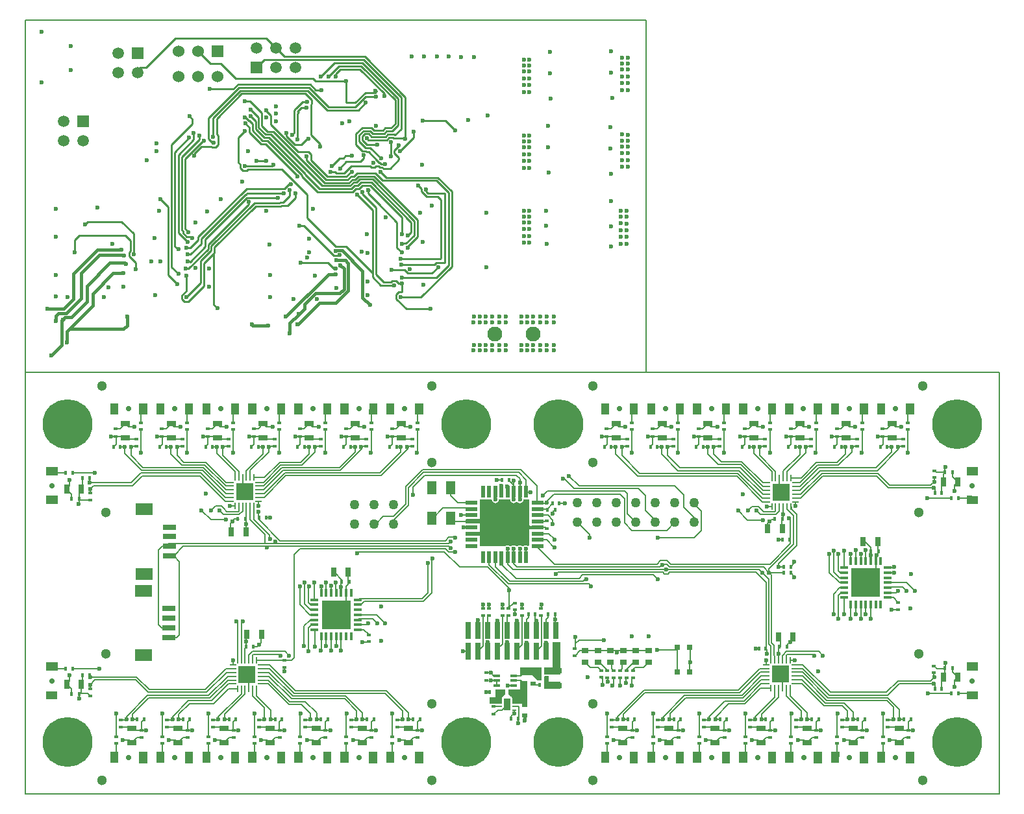
<source format=gbl>
G04*
G04 #@! TF.GenerationSoftware,Altium Limited,Altium Designer,18.1.11 (251)*
G04*
G04 Layer_Physical_Order=4*
G04 Layer_Color=11367680*
%FSLAX44Y44*%
%MOMM*%
G71*
G01*
G75*
%ADD13R,0.5500X1.5000*%
%ADD14R,1.5000X0.5500*%
%ADD16R,0.9000X0.7000*%
%ADD26R,0.7500X0.7000*%
%ADD29C,0.1524*%
%ADD30C,0.4000*%
%ADD34C,0.2540*%
%ADD37C,0.2000*%
%ADD40R,0.4500X0.6000*%
%ADD42R,0.6000X0.4000*%
%ADD43R,0.8000X1.3000*%
%ADD46R,1.5000X1.5000*%
%ADD47C,1.5000*%
%ADD48C,1.5240*%
%ADD49R,1.5240X1.5240*%
%ADD50C,1.9500*%
%ADD51C,0.6000*%
%ADD52C,0.7000*%
%ADD53C,1.2700*%
%ADD54C,1.3000*%
%ADD55C,6.5000*%
%ADD56R,0.7000X0.5000*%
%ADD57R,0.5000X0.7000*%
%ADD58R,0.4000X0.6000*%
%ADD59R,1.2000X1.8000*%
%ADD60R,2.2000X1.6000*%
%ADD61R,1.8000X0.7000*%
%ADD62R,0.8000X0.6000*%
%ADD63R,1.3000X0.8000*%
%ADD64R,0.5000X0.2500*%
%ADD65R,0.9000X1.6000*%
%ADD66R,0.8500X0.3500*%
%ADD67R,3.7000X3.7000*%
%ADD68R,0.3300X1.0400*%
%ADD69R,1.0400X0.3300*%
%ADD70R,0.9000X0.5000*%
%ADD71R,0.6000X0.4500*%
%ADD72R,0.7366X2.2352*%
%ADD73R,2.2000X2.2000*%
%ADD74O,0.2393X0.8571*%
%ADD75O,0.8571X0.2393*%
%ADD76R,0.8571X0.2393*%
G36*
X681538Y695388D02*
X671000D01*
Y709866D01*
X681538D01*
Y695388D01*
D02*
G37*
G36*
X621538D02*
X611000D01*
Y709866D01*
X621538D01*
Y695388D01*
D02*
G37*
G36*
X561538D02*
X551000D01*
Y709866D01*
X561538D01*
Y695388D01*
D02*
G37*
G36*
X501538D02*
X491000D01*
Y709866D01*
X501538D01*
Y695388D01*
D02*
G37*
G36*
X441538D02*
X431000D01*
Y709866D01*
X441538D01*
Y695388D01*
D02*
G37*
G36*
X381538D02*
X371000D01*
Y709866D01*
X381538D01*
Y695388D01*
D02*
G37*
G36*
X321538D02*
X311000D01*
Y709866D01*
X321538D01*
Y695388D01*
D02*
G37*
G36*
X1321458Y695385D02*
X1310920D01*
Y709863D01*
X1321458D01*
Y695385D01*
D02*
G37*
G36*
X1261458D02*
X1250920D01*
Y709863D01*
X1261458D01*
Y695385D01*
D02*
G37*
G36*
X1201458D02*
X1190920D01*
Y709863D01*
X1201458D01*
Y695385D01*
D02*
G37*
G36*
X1141458D02*
X1130920D01*
Y709863D01*
X1141458D01*
Y695385D01*
D02*
G37*
G36*
X1081458D02*
X1070920D01*
Y709863D01*
X1081458D01*
Y695385D01*
D02*
G37*
G36*
X1021458D02*
X1010920D01*
Y709863D01*
X1021458D01*
Y695385D01*
D02*
G37*
G36*
X961458D02*
X950920D01*
Y709863D01*
X961458D01*
Y695385D01*
D02*
G37*
G36*
X719064Y695328D02*
X708526D01*
Y709806D01*
X719064D01*
Y695328D01*
D02*
G37*
G36*
X659064D02*
X648526D01*
Y709806D01*
X659064D01*
Y695328D01*
D02*
G37*
G36*
X599064D02*
X588526D01*
Y709806D01*
X599064D01*
Y695328D01*
D02*
G37*
G36*
X539064D02*
X528526D01*
Y709806D01*
X539064D01*
Y695328D01*
D02*
G37*
G36*
X479064D02*
X468526D01*
Y709806D01*
X479064D01*
Y695328D01*
D02*
G37*
G36*
X419064D02*
X408526D01*
Y709806D01*
X419064D01*
Y695328D01*
D02*
G37*
G36*
X359064D02*
X348526D01*
Y709806D01*
X359064D01*
Y695328D01*
D02*
G37*
G36*
X1358984Y695325D02*
X1348446D01*
Y709803D01*
X1358984D01*
Y695325D01*
D02*
G37*
G36*
X1298984D02*
X1288446D01*
Y709803D01*
X1298984D01*
Y695325D01*
D02*
G37*
G36*
X1238984D02*
X1228446D01*
Y709803D01*
X1238984D01*
Y695325D01*
D02*
G37*
G36*
X1178984D02*
X1168446D01*
Y709803D01*
X1178984D01*
Y695325D01*
D02*
G37*
G36*
X1118984D02*
X1108446D01*
Y709803D01*
X1118984D01*
Y695325D01*
D02*
G37*
G36*
X1058984D02*
X1048446D01*
Y709803D01*
X1058984D01*
Y695325D01*
D02*
G37*
G36*
X998984D02*
X988446D01*
Y709803D01*
X998984D01*
Y695325D01*
D02*
G37*
G36*
X242172Y626250D02*
X242250D01*
Y616000D01*
X227500D01*
Y626250D01*
X227694D01*
Y626564D01*
X242172D01*
Y626250D01*
D02*
G37*
G36*
X1442363Y615955D02*
X1427885D01*
Y626493D01*
X1442363D01*
Y615955D01*
D02*
G37*
G36*
X857000Y550000D02*
X874000D01*
Y545000D01*
X857000D01*
Y524117D01*
X855730Y523501D01*
X854722Y524175D01*
X852957Y524526D01*
X851192Y524175D01*
X849695Y523175D01*
X849578Y523000D01*
X848364D01*
X848218Y523218D01*
X846722Y524218D01*
X844957Y524569D01*
X843192Y524218D01*
X841695Y523218D01*
X841549Y523000D01*
X840262D01*
X840218Y523065D01*
X838722Y524064D01*
X836957Y524416D01*
X835192Y524064D01*
X833695Y523065D01*
X833652Y523000D01*
X832178D01*
X830722Y523973D01*
X828957Y524324D01*
X827192Y523973D01*
X825736Y523000D01*
X793000D01*
Y537000D01*
X775000D01*
Y542000D01*
X793000D01*
Y553000D01*
X775000D01*
Y558511D01*
X793000D01*
Y584000D01*
X808387D01*
X808738Y582235D01*
X809738Y580738D01*
X811235Y579739D01*
X813000Y579387D01*
X814765Y579739D01*
X816262Y580738D01*
X817262Y582235D01*
X817613Y584000D01*
X832387D01*
X832738Y582235D01*
X833738Y580738D01*
X835235Y579739D01*
X837000Y579387D01*
X838765Y579739D01*
X840262Y580738D01*
X840365Y580893D01*
X841635D01*
X841738Y580738D01*
X843235Y579739D01*
X845000Y579387D01*
X846765Y579739D01*
X848262Y580738D01*
X849261Y582235D01*
X849613Y584000D01*
X857000D01*
Y550000D01*
D02*
G37*
G36*
X242112Y589000D02*
X242500D01*
Y578750D01*
X242112D01*
Y578500D01*
X227634D01*
Y589038D01*
X242112D01*
Y589000D01*
D02*
G37*
G36*
X1442303Y578429D02*
X1427825D01*
Y588967D01*
X1442303D01*
Y578429D01*
D02*
G37*
G36*
X873000Y348000D02*
X868596Y348000D01*
X867523Y348527D01*
Y348527D01*
X866611Y349389D01*
X861000Y355000D01*
X845000Y355000D01*
Y365000D01*
X857000D01*
X857000Y365000D01*
X873000Y365000D01*
Y348000D01*
D02*
G37*
G36*
X898000Y363000D02*
X898000D01*
Y356000D01*
X877000Y356000D01*
Y365000D01*
X888000Y365000D01*
Y398000D01*
X898000D01*
Y363000D01*
D02*
G37*
G36*
X242172Y361026D02*
X227694D01*
Y371564D01*
X242172D01*
Y361026D01*
D02*
G37*
G36*
X1442366Y360962D02*
X1427888D01*
Y371500D01*
X1442366D01*
Y360962D01*
D02*
G37*
G36*
X883000Y354350D02*
X883000Y346000D01*
X898000Y346000D01*
X898000Y337898D01*
X897102Y337000D01*
X877000Y337000D01*
Y353080D01*
X878270Y354350D01*
X883000Y354350D01*
D02*
G37*
G36*
X826000Y330000D02*
X822523Y326524D01*
X822315D01*
Y326315D01*
X822000Y326000D01*
X813000D01*
Y336000D01*
X826000D01*
Y330000D01*
D02*
G37*
G36*
X242112Y323500D02*
X227634D01*
Y334038D01*
X242112D01*
Y323500D01*
D02*
G37*
G36*
X1442306Y323436D02*
X1427828D01*
Y333974D01*
X1442306D01*
Y323436D01*
D02*
G37*
G36*
X855000Y318000D02*
X835000D01*
Y325000D01*
X834363Y325637D01*
Y326524D01*
X833476D01*
X830000Y330000D01*
X830000D01*
Y336000D01*
X845000D01*
Y347000D01*
X855000D01*
Y318000D01*
D02*
G37*
G36*
X821709D02*
X806000D01*
Y326000D01*
X821709D01*
Y318000D01*
D02*
G37*
G36*
X681474Y240197D02*
X670936D01*
Y254675D01*
X681474D01*
Y240197D01*
D02*
G37*
G36*
X621474D02*
X610936D01*
Y254675D01*
X621474D01*
Y240197D01*
D02*
G37*
G36*
X561474D02*
X550936D01*
Y254675D01*
X561474D01*
Y240197D01*
D02*
G37*
G36*
X501474D02*
X490936D01*
Y254675D01*
X501474D01*
Y240197D01*
D02*
G37*
G36*
X441474D02*
X430936D01*
Y254675D01*
X441474D01*
Y240197D01*
D02*
G37*
G36*
X381474D02*
X370936D01*
Y254675D01*
X381474D01*
Y240197D01*
D02*
G37*
G36*
X321474D02*
X310936D01*
Y254675D01*
X321474D01*
Y240197D01*
D02*
G37*
G36*
X1321474Y240194D02*
X1310936D01*
Y254672D01*
X1321474D01*
Y240194D01*
D02*
G37*
G36*
X1261475D02*
X1250937D01*
Y254672D01*
X1261475D01*
Y240194D01*
D02*
G37*
G36*
X1201475D02*
X1190937D01*
Y254672D01*
X1201475D01*
Y240194D01*
D02*
G37*
G36*
X1141475D02*
X1130937D01*
Y254672D01*
X1141475D01*
Y240194D01*
D02*
G37*
G36*
X1081475D02*
X1070937D01*
Y254672D01*
X1081475D01*
Y240194D01*
D02*
G37*
G36*
X1021475D02*
X1010937D01*
Y254672D01*
X1021475D01*
Y240194D01*
D02*
G37*
G36*
X961475D02*
X950937D01*
Y254672D01*
X961475D01*
Y240194D01*
D02*
G37*
G36*
X719000Y240137D02*
X708462D01*
Y254615D01*
X719000D01*
Y240137D01*
D02*
G37*
G36*
X659000D02*
X648462D01*
Y254615D01*
X659000D01*
Y240137D01*
D02*
G37*
G36*
X599000D02*
X588462D01*
Y254615D01*
X599000D01*
Y240137D01*
D02*
G37*
G36*
X539000D02*
X528462D01*
Y254615D01*
X539000D01*
Y240137D01*
D02*
G37*
G36*
X479000D02*
X468462D01*
Y254615D01*
X479000D01*
Y240137D01*
D02*
G37*
G36*
X419000D02*
X408462D01*
Y254615D01*
X419000D01*
Y240137D01*
D02*
G37*
G36*
X359000D02*
X348462D01*
Y254615D01*
X359000D01*
Y240137D01*
D02*
G37*
G36*
X1359001Y240134D02*
X1348463D01*
Y254612D01*
X1359001D01*
Y240134D01*
D02*
G37*
G36*
X1299001D02*
X1288463D01*
Y254612D01*
X1299001D01*
Y240134D01*
D02*
G37*
G36*
X1239000D02*
X1228463D01*
Y254612D01*
X1239000D01*
Y240134D01*
D02*
G37*
G36*
X1179000D02*
X1168463D01*
Y254612D01*
X1179000D01*
Y240134D01*
D02*
G37*
G36*
X1119000D02*
X1108463D01*
Y254612D01*
X1119000D01*
Y240134D01*
D02*
G37*
G36*
X1059000D02*
X1048463D01*
Y254612D01*
X1059000D01*
Y240134D01*
D02*
G37*
G36*
X999000D02*
X988463D01*
Y254612D01*
X999000D01*
Y240134D01*
D02*
G37*
%LPC*%
G36*
X890996Y344570D02*
X890012Y344374D01*
X889177Y343816D01*
X888619Y342981D01*
X888423Y341996D01*
Y341499D01*
X888619Y340515D01*
X889177Y339680D01*
X890012Y339122D01*
X890996Y338926D01*
X891981Y339122D01*
X892816Y339680D01*
X893374Y340515D01*
X893570Y341499D01*
Y341996D01*
X893374Y342981D01*
X892816Y343816D01*
X891981Y344374D01*
X890996Y344570D01*
D02*
G37*
%LPD*%
D13*
X796957Y594750D02*
D03*
X804957D02*
D03*
X812957D02*
D03*
X820957D02*
D03*
X828957D02*
D03*
X836957D02*
D03*
X844957D02*
D03*
X852957D02*
D03*
Y508750D02*
D03*
X844957D02*
D03*
X836957D02*
D03*
X828957D02*
D03*
X820957D02*
D03*
X812957D02*
D03*
X804957D02*
D03*
X796957D02*
D03*
D14*
X781957Y523750D02*
D03*
Y531750D02*
D03*
Y539750D02*
D03*
Y547750D02*
D03*
Y555750D02*
D03*
Y563750D02*
D03*
Y571750D02*
D03*
Y579750D02*
D03*
X867957D02*
D03*
Y571750D02*
D03*
Y563750D02*
D03*
Y555750D02*
D03*
Y547750D02*
D03*
Y539750D02*
D03*
Y531750D02*
D03*
Y523750D02*
D03*
D16*
X1012895Y371658D02*
D03*
Y386658D02*
D03*
X979761D02*
D03*
Y371658D02*
D03*
X996328Y386658D02*
D03*
Y371658D02*
D03*
X930059Y386658D02*
D03*
Y371658D02*
D03*
X946626Y386658D02*
D03*
Y371658D02*
D03*
X963194Y386658D02*
D03*
Y371658D02*
D03*
D26*
X1066775Y390911D02*
D03*
Y358911D02*
D03*
X1050275D02*
D03*
Y390911D02*
D03*
D29*
X602204Y885813D02*
X604597D01*
X602130Y885886D02*
X602204Y885813D01*
D30*
X555140Y812560D02*
X556023D01*
X583963Y840500D01*
X605126D02*
X621269Y856644D01*
X583963Y840500D02*
X605126D01*
X621269Y856644D02*
Y892909D01*
X556602Y825768D02*
X563966Y833132D01*
X615745Y858932D02*
Y885476D01*
X610420Y853607D02*
X615745Y858932D01*
X578617Y853607D02*
X610420D01*
X563966Y838956D02*
X578617Y853607D01*
X539974Y822776D02*
X595368Y878170D01*
X539970Y822720D02*
X540000Y822750D01*
X640056Y847358D02*
Y882758D01*
X613070Y909744D02*
X640056Y882758D01*
X605668Y909744D02*
X613070D01*
X595368Y878170D02*
X605138D01*
X310544Y892950D02*
X330141D01*
X280438Y862844D02*
X310544Y892950D01*
X280438Y842274D02*
Y862844D01*
X283360Y806759D02*
X328359D01*
X257563D02*
X283360D01*
X314680Y879440D02*
X327810D01*
X288266Y853026D02*
X314680Y879440D01*
X288266Y837462D02*
Y853026D01*
X273374Y880044D02*
X296488Y903158D01*
X273374Y847024D02*
Y880044D01*
X253706Y827356D02*
X273374Y847024D01*
X243546Y827356D02*
X253706D01*
X259996Y821832D02*
X280438Y842274D01*
X251992Y821832D02*
X259996D01*
X280820Y830016D02*
X288266Y837462D01*
X262866Y848842D02*
Y860820D01*
Y848842D02*
X263040Y848668D01*
Y846047D02*
Y848668D01*
X249873Y832880D02*
X263040Y846047D01*
X262866Y879362D02*
X293854Y910350D01*
X228750Y832880D02*
X249873D01*
X262866Y860820D02*
Y879362D01*
X260500Y809696D02*
X280820Y830016D01*
X257563Y806759D02*
X260500Y809696D01*
X296488Y903158D02*
X307490D01*
X328318D01*
X329080Y902396D01*
X254150Y803346D02*
X257563Y806759D01*
X254150Y789700D02*
Y803346D01*
Y789700D02*
X254785Y789065D01*
X247800Y785890D02*
Y817640D01*
X249070Y818910D01*
X233830Y771920D02*
X247800Y785890D01*
X328359Y806759D02*
X333190Y811590D01*
X249070Y818910D02*
X251992Y821832D01*
X240295Y824105D02*
X243546Y827356D01*
X240295Y817005D02*
Y824105D01*
X333190Y811590D02*
Y822720D01*
X293854Y910350D02*
X325270D01*
X617370Y896808D02*
X621269Y892909D01*
X611191Y890030D02*
X615745Y885476D01*
X640056Y847358D02*
X649454Y837960D01*
X556410Y825768D02*
Y825960D01*
X612743Y896808D02*
X617370D01*
X604670Y908746D02*
X605668Y909744D01*
X605544Y896696D02*
X612631D01*
X605432Y896808D02*
X605544Y896696D01*
X611020Y889930D02*
Y890030D01*
X610437Y889346D02*
X611020Y889930D01*
Y890030D02*
X611191D01*
X612631Y896696D02*
X612743Y896808D01*
X556410Y825960D02*
Y826530D01*
Y825960D02*
X556602Y825768D01*
X544980Y814338D02*
X556410Y825768D01*
X496720Y811290D02*
X517040D01*
X563966Y833132D02*
Y838956D01*
X544980Y801130D02*
Y814338D01*
X330141Y892950D02*
X331037Y892054D01*
X850996Y296004D02*
Y302321D01*
Y296004D02*
X851000Y296000D01*
D34*
X563456Y941766D02*
X602620Y902602D01*
X557680Y941766D02*
X563456D01*
X631340Y981470D02*
X633306D01*
X652930Y880204D02*
Y961846D01*
Y874790D02*
Y880204D01*
X618593Y914540D02*
X652930Y880204D01*
X605138Y914540D02*
X618593D01*
X633306Y981470D02*
X652930Y961846D01*
X501552Y1147840D02*
X511846Y1158134D01*
X645286Y1047510D02*
X659280D01*
X639516Y1053280D02*
X645286Y1047510D01*
X668085Y1061822D02*
X671293Y1065030D01*
X671452Y1053694D02*
X674660Y1056902D01*
X645310Y1055680D02*
X647296Y1053694D01*
X669769Y1057758D02*
X672977Y1060966D01*
X647710Y1061474D02*
X651426Y1057758D01*
X666402Y1065886D02*
X669610Y1069094D01*
X651077Y1069602D02*
X654793Y1065886D01*
X666402D01*
X653109Y1061822D02*
X668085D01*
X649393Y1065538D02*
X653109Y1061822D01*
X651426Y1057758D02*
X669769D01*
X647296Y1053694D02*
X671452D01*
X643664Y1043384D02*
X650132D01*
X663786Y1029730D01*
X664360D01*
X635452Y1051596D02*
Y1059763D01*
Y1051596D02*
X643664Y1043384D01*
X410360Y876206D02*
X410584Y875982D01*
Y856606D02*
Y875982D01*
X386230Y877505D02*
X398168Y865566D01*
X386230Y877505D02*
Y966230D01*
X663726Y863994D02*
X681124D01*
X678724Y869788D02*
X683524D01*
X676994Y868058D02*
X678724Y869788D01*
X667447Y868058D02*
X676994D01*
X657335Y878170D02*
X667447Y868058D01*
X689760Y848120D02*
X715974D01*
X683966Y845720D02*
X696806Y832880D01*
X683524Y869788D02*
X687429Y865883D01*
X696806Y832880D02*
X728796D01*
X687360Y855184D02*
X691666D01*
Y865883D01*
X687429D02*
X691666D01*
X683966Y845720D02*
Y851790D01*
X715974Y848120D02*
X756054Y888200D01*
X391056Y887744D02*
X400200Y878600D01*
X411630Y895110D02*
X414460D01*
X412115Y903944D02*
X415384D01*
X410360Y912890D02*
X415440D01*
X411630Y920510D02*
Y920539D01*
X416154Y927416D02*
X417980Y925590D01*
X410500Y927416D02*
X416154D01*
X405976Y931940D02*
X410500Y927416D01*
X408179Y937931D02*
X412900Y933210D01*
X429016Y896070D02*
X442618Y909672D01*
X429016Y866777D02*
Y896070D01*
X433220Y892669D02*
X446142Y905591D01*
X433220Y862786D02*
Y892669D01*
X446142Y838674D02*
Y905591D01*
X410360Y848120D02*
X429016Y866777D01*
X404566Y845720D02*
Y850587D01*
Y845720D02*
X407960Y842326D01*
X404566Y850587D02*
X410584Y856606D01*
X412760Y842326D02*
X433220Y862786D01*
X407960Y842326D02*
X412760D01*
X409090Y885579D02*
Y885813D01*
X414460Y895110D02*
X414950Y894620D01*
X409090Y885579D02*
X412778D01*
X438554Y911355D01*
X391056Y887744D02*
Y1047256D01*
X376070Y976390D02*
X386230Y966230D01*
X414950Y894620D02*
X434490Y914160D01*
X491338Y969831D02*
Y972882D01*
X425600Y926860D02*
X488544Y989804D01*
X425600Y923050D02*
Y926860D01*
X429664Y924545D02*
X487557Y982438D01*
X429664Y918224D02*
Y924545D01*
X434490Y923624D02*
X489240Y978374D01*
X434490Y914160D02*
Y923624D01*
X415440Y912890D02*
X425600Y923050D01*
X415384Y903944D02*
X429664Y918224D01*
X438554Y911355D02*
Y917047D01*
X405976Y931940D02*
Y934387D01*
X404010Y936353D02*
X405976Y934387D01*
X399376Y911334D02*
X399685D01*
X446682Y913613D02*
X500427Y967358D01*
X446682Y906131D02*
Y913613D01*
X446142Y905591D02*
X446682Y906131D01*
X500427Y967358D02*
X533712D01*
X489240Y978374D02*
X528312D01*
X438554Y917047D02*
X491338Y969831D01*
X442618Y909672D02*
Y915364D01*
X536472Y971692D02*
X544980Y980200D01*
X532298Y971692D02*
X536472D01*
X532028Y971422D02*
X532298Y971692D01*
X552600Y977660D02*
Y984010D01*
X542568Y967628D02*
X552600Y977660D01*
X533982Y967628D02*
X542568D01*
X566570Y1027141D02*
Y1032270D01*
Y1027141D02*
X591873Y1001838D01*
X442618Y915364D02*
X498676Y971422D01*
X532028D01*
X529026Y977660D02*
X529740D01*
X528312Y978374D02*
X529026Y977660D01*
X533712Y967358D02*
X533982Y967628D01*
X446142Y838674D02*
X450986Y833831D01*
X487557Y982438D02*
X488116D01*
X544980Y980200D02*
Y987820D01*
X602620Y902602D02*
X609311D01*
X567530Y952147D02*
X605138Y914540D01*
X335478Y902028D02*
X344320Y893186D01*
Y884950D02*
Y893186D01*
X579032Y1118680D02*
X586335D01*
X571555Y1126156D02*
X579032Y1118680D01*
X477532Y1126250D02*
X569110D01*
X569204Y1126156D01*
X571555D01*
X471182Y1119900D02*
X477532Y1126250D01*
X438856Y1081827D02*
X479121Y1122092D01*
X569872D02*
X595638Y1096326D01*
X479121Y1122092D02*
X569872D01*
X595638Y1096326D02*
X630128D01*
X568189Y1118028D02*
X593955Y1092262D01*
X480804Y1118028D02*
X568189D01*
X593955Y1092262D02*
X634153D01*
X444650Y1081874D02*
X480804Y1118028D01*
X482488Y1113964D02*
X565460D01*
X450032Y1081508D02*
X482488Y1113964D01*
X638035Y1150006D02*
X682436Y1105606D01*
Y1074476D02*
Y1105606D01*
X677054Y1069094D02*
X682436Y1074476D01*
X639719Y1154070D02*
X686500Y1107289D01*
Y1072792D02*
Y1107289D01*
X678737Y1065030D02*
X686500Y1072792D01*
X669610Y1069094D02*
X677054D01*
X639543Y1069602D02*
X651077D01*
X631388Y1061446D02*
X639543Y1069602D01*
X658566Y1027330D02*
X661960Y1023936D01*
X662380D01*
X645507Y1037822D02*
X648074D01*
X658566Y1027330D01*
Y1027330D02*
Y1027330D01*
X657247Y1019410D02*
X661158D01*
X656073Y1018236D02*
X657247Y1019410D01*
X651273Y1018236D02*
X656073D01*
X650098Y1019410D02*
X651273Y1018236D01*
X625527Y1019410D02*
X650098D01*
X631388Y1047660D02*
X639728Y1039320D01*
X644009D01*
X645507Y1037822D01*
X641609Y1029839D02*
Y1033526D01*
X636832Y1025062D02*
X641609Y1029839D01*
X662380Y1023936D02*
X664206Y1022110D01*
X681143Y1060966D02*
X682365Y1059744D01*
X672977Y1060966D02*
X681143D01*
X680682Y1055680D02*
X695560D01*
X679460Y1056902D02*
X680682Y1055680D01*
X674660Y1056902D02*
X679460D01*
X671293Y1065030D02*
X678737D01*
X690564Y1067942D02*
Y1108972D01*
X682365Y1059744D02*
X690564Y1067942D01*
X695560Y1055680D02*
X695835Y1055405D01*
Y1109448D01*
X688490Y1038620D02*
X706270Y1056400D01*
Y1064413D01*
X643085Y1162198D02*
X695835Y1109448D01*
X520294Y1073417D02*
Y1085470D01*
Y1073417D02*
X555647Y1038064D01*
X609311Y902602D02*
X609929Y903220D01*
X495450Y812560D02*
X496720Y811290D01*
X572333Y1027126D02*
X593556Y1005902D01*
X572333Y1027126D02*
Y1029839D01*
X591873Y1001838D02*
X620525D01*
X598320Y1011950D02*
X604040D01*
X606024Y1009966D01*
X616082D01*
X656330Y1010297D02*
X666107Y1000520D01*
X632801Y1010297D02*
X656330D01*
X628660Y1006156D02*
X632801Y1010297D01*
X631340Y981470D02*
X632444Y982574D01*
X624843Y1006156D02*
X628660D01*
X626526Y1002092D02*
X630343D01*
X628209Y998028D02*
X632027D01*
X629893Y993964D02*
X633710D01*
X631576Y989900D02*
X635393D01*
X627258Y985582D02*
X631576Y989900D01*
X625575Y989646D02*
X629893Y993964D01*
X623891Y993710D02*
X628209Y998028D01*
X622208Y997774D02*
X626526Y1002092D01*
X620525Y1001838D02*
X624843Y1006156D01*
X618841Y1005902D02*
X624889Y1011950D01*
X626260D01*
X593556Y1005902D02*
X618841D01*
X590190Y997774D02*
X622208D01*
X587350Y993710D02*
X623891D01*
X583950Y989646D02*
X625575D01*
X581410Y985582D02*
X627258D01*
X616082Y1009966D02*
X625527Y1019410D01*
X635393Y989900D02*
X639534Y994041D01*
X637851Y998105D02*
X651280D01*
X633710Y993964D02*
X637851Y998105D01*
X636168Y1002169D02*
X652963D01*
X632027Y998028D02*
X636168Y1002169D01*
X634484Y1006233D02*
X654647D01*
X630343Y1002092D02*
X634484Y1006233D01*
X639673Y983337D02*
Y985985D01*
X639534Y994041D02*
X649597D01*
X611020Y1015760D02*
Y1017218D01*
X647197Y988247D02*
X648656D01*
X647197D02*
X648656D01*
X652851Y990787D02*
X691036Y952602D01*
X652851Y990787D02*
X652851Y990787D01*
X649597Y994041D02*
X652851Y990787D01*
X651280Y998105D02*
X703222Y946163D01*
X652963Y1002169D02*
X707286Y947846D01*
X654647Y1006233D02*
X711350Y949530D01*
X666107Y1000520D02*
X736147D01*
X663090Y1011950D02*
X663344D01*
X667040Y1016316D02*
X675838D01*
X665612Y1017744D02*
X667040Y1016316D01*
X662824Y1017744D02*
X665612D01*
X661158Y1019410D02*
X662824Y1017744D01*
X664206Y1022110D02*
X669440D01*
X677060Y1032270D02*
Y1051108D01*
X681426Y1039750D02*
X687220Y1045544D01*
X681426Y1036098D02*
Y1039750D01*
Y1036098D02*
X687220Y1030304D01*
Y1045544D02*
Y1046288D01*
X646867Y984297D02*
Y986263D01*
Y984297D02*
X659915Y971249D01*
X639653Y983317D02*
X639673Y983337D01*
X639653Y983317D02*
X657335Y965635D01*
X646867Y986263D02*
X648754Y988150D01*
X611020Y1017218D02*
X618864Y1025062D01*
X703222Y933369D02*
Y946163D01*
X707286Y929239D02*
Y947846D01*
X711350Y927556D02*
Y949530D01*
X618864Y1025062D02*
X636832D01*
X648656Y988247D02*
X648754Y988150D01*
X648656Y988247D02*
X648754Y988150D01*
X647154Y986550D02*
X648754Y988150D01*
X659915Y971017D02*
Y971249D01*
X663344Y1011950D02*
X670710Y1004584D01*
X737831D02*
X756054Y986361D01*
X670710Y1004584D02*
X737831D01*
X756054Y888200D02*
Y986361D01*
X736147Y1000520D02*
X751990Y984677D01*
Y889884D02*
Y984677D01*
X691230Y873720D02*
X735826D01*
X751990Y889884D01*
X746910Y893284D02*
Y984010D01*
X736081Y893284D02*
X746910D01*
X618335Y1102600D02*
Y1130365D01*
X578630Y1130736D02*
X617964D01*
X618335Y1130365D01*
X604670Y1136530D02*
Y1139673D01*
X610762Y1145765D01*
X636529D01*
X668170Y1114124D01*
Y1111010D02*
Y1114124D01*
X537994Y1162198D02*
X643085D01*
X511846Y1158134D02*
X641402D01*
X603160Y1154070D02*
X639719D01*
X609256Y1150006D02*
X638035D01*
X641402Y1158134D02*
X690564Y1108972D01*
X643542Y1109740D02*
X657335D01*
X643995Y1102104D02*
X644100D01*
X656740Y1117360D02*
X658605D01*
X575496Y1133870D02*
X578630Y1130736D01*
X630128Y1096326D02*
X643542Y1109740D01*
X630654Y1102600D02*
X643589Y1115534D01*
X634153Y1092262D02*
X643995Y1102104D01*
X643589Y1115534D02*
X656779D01*
X513998Y1186194D02*
X537994Y1162198D01*
X677060Y1051108D02*
X677568Y1051616D01*
X639516Y1058080D02*
X642910Y1061474D01*
X647710D01*
X635452Y1059763D02*
X641227Y1065538D01*
X649393D01*
X639516Y1053280D02*
Y1058080D01*
X631388Y1047660D02*
Y1061446D01*
X675838Y1016316D02*
X687220Y1027698D01*
Y1030304D01*
X712620Y994170D02*
X716986Y989804D01*
Y986597D02*
Y989804D01*
Y986597D02*
X723637Y979946D01*
X737465D01*
X741830Y975581D01*
Y898920D02*
Y975581D01*
X740988Y898078D02*
X741830Y898920D01*
X689760Y898078D02*
X740988D01*
X690229Y890554D02*
X690754Y891080D01*
X677840Y883902D02*
X694538D01*
X560934Y1006058D02*
X581410Y985582D01*
X564998Y1008598D02*
X583950Y989646D01*
X520440Y1060620D02*
X587350Y993710D01*
X523279Y1064684D02*
X590190Y997774D01*
X610335Y1029815D02*
X614719D01*
X617584Y1032680D01*
X626335D01*
X600090Y1019570D02*
X610335Y1029815D01*
X691036Y930676D02*
Y952602D01*
X663344Y1011950D02*
X664360Y1012966D01*
X684680Y912890D02*
Y946252D01*
X659915Y971017D02*
X684680Y946252D01*
X657335Y878170D02*
Y965635D01*
X652930Y874790D02*
X663726Y863994D01*
X725320Y984010D02*
X746910D01*
X722780Y986550D02*
Y989090D01*
Y986550D02*
X725320Y984010D01*
X733876Y891080D02*
X736081Y893284D01*
X690754Y891080D02*
X733876D01*
X730482Y879492D02*
X738481Y887490D01*
X698948Y879492D02*
X730482D01*
X694538Y883902D02*
X698948Y879492D01*
X595780Y1136530D02*
X609256Y1150006D01*
X585620Y1136530D02*
X603160Y1154070D01*
X656779Y1115534D02*
X658605Y1117360D01*
X618335Y1102600D02*
X630654D01*
X555140Y1053860D02*
Y1088150D01*
X542440Y1057018D02*
X551779Y1047680D01*
X560115D01*
X518125Y1056556D02*
X564998Y1009683D01*
X516442Y1052492D02*
X560934Y1008000D01*
X549610Y1061952D02*
X551076Y1063417D01*
Y1092373D01*
X540710Y1058748D02*
X542440Y1057018D01*
X560115Y1047680D02*
X567565Y1055130D01*
X551076Y1092373D02*
X552600Y1093897D01*
X555140Y1088150D02*
X556410Y1089420D01*
X584350Y1044970D02*
Y1048084D01*
X572413Y1060021D02*
X584350Y1048084D01*
X540710Y1058748D02*
Y1062656D01*
X572413Y1060021D02*
Y1099769D01*
X567565Y1055130D02*
X569110D01*
X555140Y1090690D02*
X556410Y1089420D01*
X555647Y1038064D02*
X568970D01*
X534838Y1015046D02*
X567530Y982354D01*
X490230Y1015046D02*
X534838D01*
X516319Y1064684D02*
X523279D01*
X572333Y1029839D02*
X572364Y1029870D01*
X564998Y1008598D02*
Y1009683D01*
X513670Y1060620D02*
X520440D01*
X511493Y1056556D02*
X518125D01*
X572364Y1029870D02*
Y1034670D01*
X568970Y1038064D02*
X572364Y1034670D01*
X560934Y1006058D02*
Y1008000D01*
X509420Y1052492D02*
X516442D01*
X504546Y1069744D02*
X513670Y1060620D01*
X508610Y1072393D02*
X516319Y1064684D01*
X555140Y1005600D02*
Y1006870D01*
X513582Y1048428D02*
X555140Y1006870D01*
X536814Y984010D02*
X537360D01*
X538186Y989804D02*
X543822Y995440D01*
X488544Y989804D02*
X538186D01*
X543822Y995440D02*
X546250D01*
X491338Y972882D02*
X491640Y972580D01*
X488116Y982438D02*
X489100Y983422D01*
Y983756D02*
X535620D01*
X552600Y1093897D02*
Y1094500D01*
X553203D01*
X562093Y1103390D01*
X567840D01*
X565460Y1113964D02*
X573634Y1105790D01*
Y1100990D02*
Y1105790D01*
X572413Y1099769D02*
X573634Y1100990D01*
X567530Y952147D02*
Y982354D01*
X536090Y983286D02*
X536814Y984010D01*
X535620Y983756D02*
X536090Y983286D01*
X560220Y1095770D02*
X566570D01*
X555140Y1090690D02*
X560220Y1095770D01*
X514500Y1091264D02*
X520294Y1085470D01*
X514500Y1091264D02*
Y1091960D01*
X489100Y983422D02*
Y983756D01*
X399946Y932223D02*
X411630Y920539D01*
X341272Y904428D02*
Y931178D01*
X325604Y946846D02*
X341272Y931178D01*
X281700Y946846D02*
X325604D01*
X278280Y943426D02*
X281700Y946846D01*
X264310Y922811D02*
X270819Y929320D01*
X264310Y907276D02*
Y922811D01*
X270819Y929320D02*
X330350D01*
X337208Y922462D01*
Y908558D02*
Y922462D01*
X335478Y906828D02*
X337208Y908558D01*
X335478Y902028D02*
Y906828D01*
X487548Y1082778D02*
X491780Y1078546D01*
X486560Y1082778D02*
X487548D01*
X491780Y1078546D02*
X492128D01*
X486997Y1075013D02*
X492354Y1069656D01*
Y1063811D02*
Y1069656D01*
X494180Y1084340D02*
X500482Y1078038D01*
X494180Y1093230D02*
X504546Y1082864D01*
X492128Y1078546D02*
X496418Y1074256D01*
X504546Y1069744D02*
Y1082864D01*
X496418Y1065714D02*
Y1074256D01*
X492354Y1063811D02*
X507737Y1048428D01*
X513582D01*
X493475Y1104095D02*
X508610Y1088960D01*
X500482Y1067567D02*
Y1078038D01*
X508610Y1072393D02*
Y1088960D01*
X500482Y1067567D02*
X511493Y1056556D01*
X496418Y1065714D02*
X509420Y1052711D01*
X477924Y1056597D02*
X486560Y1065233D01*
X450032Y1061207D02*
Y1081508D01*
X444650Y1057670D02*
Y1081874D01*
X438856Y1055270D02*
Y1081827D01*
Y1055270D02*
X444076Y1050050D01*
X477924Y1024339D02*
Y1056597D01*
Y1024339D02*
X480766Y1021497D01*
Y1017170D02*
Y1021497D01*
Y1017170D02*
X484160Y1013776D01*
X488960D01*
X490230Y1015046D01*
X522120Y1019570D02*
X523390Y1020840D01*
X501800Y1025920D02*
X514500D01*
X486560Y1019570D02*
X522120D01*
X683966Y851790D02*
X687360Y855184D01*
X474618Y1133870D02*
X575496D01*
X455314Y1153174D02*
X474618Y1133870D01*
X440840Y1119900D02*
X471182D01*
X444076Y1050050D02*
X445920D01*
X443520Y1044256D02*
X448320D01*
X442806Y1044970D02*
X443520Y1044256D01*
X429948Y1044970D02*
X442806D01*
X431821Y1052590D02*
X433220D01*
X426870Y1053860D02*
Y1058940D01*
X404010Y1031000D02*
X426870Y1053860D01*
X448320Y1044256D02*
X451714Y1047650D01*
X414170Y1084340D02*
X417980Y1080530D01*
Y1074180D02*
Y1080530D01*
X391056Y1047256D02*
X417980Y1074180D01*
X398772Y910730D02*
X399376Y911334D01*
X395120Y914382D02*
X398772Y910730D01*
X395120Y914382D02*
Y1037547D01*
X451714Y1047650D02*
Y1059525D01*
X450032Y1061207D02*
X451714Y1059525D01*
X419767Y1054000D02*
Y1062233D01*
X399946Y1034179D02*
X419767Y1054000D01*
X395120Y1037547D02*
X413973Y1056400D01*
X419250Y1062750D02*
X419767Y1062233D01*
X408179Y1028948D02*
X431821Y1052590D01*
X420520Y1032721D02*
Y1035542D01*
X441856Y1153174D02*
X455314D01*
X425600Y1169430D02*
X441856Y1153174D01*
X425600Y1169430D02*
Y1175780D01*
X691030Y930670D02*
X691036Y930676D01*
X698554Y928701D02*
X703222Y933369D01*
X691056Y918144D02*
X691204D01*
X691744Y918684D01*
X696731D01*
X707286Y929239D01*
X698650Y912890D02*
Y914856D01*
X711350Y927556D01*
X684680Y912890D02*
X691030Y906540D01*
X594510Y893506D02*
X602130Y885886D01*
X558950Y893506D02*
X594510D01*
X399946Y932223D02*
Y1034179D01*
X349400Y1147840D02*
X357532D01*
X395886Y1186194D01*
X513998D01*
X420520Y1035542D02*
X429948Y1044970D01*
X404010Y936353D02*
Y1031000D01*
X408179Y937931D02*
Y1028948D01*
X486560Y1104095D02*
X493475D01*
X509420Y1052492D02*
Y1052711D01*
X748067Y1078600D02*
X760880Y1065788D01*
X718190Y1078600D02*
X748067D01*
D37*
X772000Y548000D02*
X783000D01*
X270000Y578000D02*
X270743Y578743D01*
Y585005D01*
X1395000Y337000D02*
Y349980D01*
X1318449Y656264D02*
Y666753D01*
X1258449Y656264D02*
Y666753D01*
X1198449Y656264D02*
Y666753D01*
X1138449Y656264D02*
Y666753D01*
X1078449Y656264D02*
Y666753D01*
X1018449Y656264D02*
Y666753D01*
X1186748Y558299D02*
X1188493Y560044D01*
X1186748Y543525D02*
Y558299D01*
X958449Y656264D02*
Y666753D01*
X1399257Y363000D02*
X1400000D01*
X1389015D02*
X1399257D01*
X1329827Y440039D02*
X1338264D01*
X1351472Y283243D02*
Y293732D01*
X1291472Y283243D02*
Y293732D01*
X1231472Y283243D02*
Y293732D01*
X1184502Y391987D02*
Y406245D01*
X1182500Y389984D02*
X1184502Y391987D01*
X1171472Y283243D02*
Y293732D01*
X1111472Y283243D02*
Y293732D01*
X1051472Y283243D02*
Y293732D01*
X991472Y283243D02*
Y293732D01*
X678529Y656268D02*
Y666757D01*
X618529Y656268D02*
Y666757D01*
X558529Y656268D02*
Y666757D01*
X498529Y656268D02*
Y666757D01*
X602210Y487465D02*
X604750D01*
X438529Y656268D02*
Y666757D01*
X378529Y656268D02*
Y666757D01*
X318529Y656268D02*
Y666757D01*
X486495Y557495D02*
X488000Y559000D01*
X639306Y398202D02*
X647744D01*
X711471Y283246D02*
Y293735D01*
X651471Y283246D02*
Y293735D01*
X591471Y283246D02*
Y293735D01*
X531471Y283246D02*
Y293735D01*
X488757Y391750D02*
Y391757D01*
X488000Y391000D02*
X488757Y391757D01*
X486755Y389747D02*
X488757Y391750D01*
X411471Y283246D02*
Y293735D01*
X270234Y330496D02*
X270743Y331005D01*
X351471Y283246D02*
Y293735D01*
X471471Y283246D02*
Y293735D01*
X1395000Y349980D02*
X1397009Y351989D01*
X1399987Y371000D02*
X1400000Y370987D01*
Y364738D02*
Y370987D01*
X1399257Y363995D02*
X1400000Y364738D01*
X612456Y476760D02*
Y479759D01*
Y474760D02*
Y476760D01*
X768000Y564000D02*
X781957D01*
X812957Y583043D02*
Y594750D01*
X866836Y548000D02*
X867521Y547314D01*
X856000Y548000D02*
X866836D01*
X873000Y443298D02*
Y447000D01*
X796998Y443407D02*
Y446999D01*
X805057Y443032D02*
Y446958D01*
X872735Y443032D02*
X873000Y443298D01*
X838868Y434132D02*
X839000Y434000D01*
X838868Y434132D02*
Y440120D01*
X836522Y449000D02*
X839000D01*
X830000Y443586D02*
X831000Y444586D01*
X830554Y443032D02*
X836522Y449000D01*
X803033Y496000D02*
X831000Y468033D01*
X767000Y496000D02*
X803033D01*
X831000Y466000D02*
Y468033D01*
X746650Y516000D02*
X766650Y496000D01*
X635000Y516000D02*
X746650D01*
X633000Y514000D02*
X635000Y516000D01*
X831000Y444586D02*
Y466000D01*
X830000Y443586D02*
X830554Y443032D01*
X1066775Y371775D02*
X1067000Y372000D01*
X1066775Y358911D02*
Y371775D01*
X1067000Y372000D02*
Y390686D01*
X1066775Y390911D02*
X1067000Y390686D01*
X983000Y345000D02*
Y350412D01*
X984004Y351416D01*
X991107Y341107D02*
Y351669D01*
X991000Y341000D02*
X991107Y341107D01*
X959998Y345999D02*
Y350646D01*
X959000Y351644D02*
X959998Y350646D01*
X958982Y351662D02*
X959000Y351644D01*
X967000Y351201D02*
X967461Y351662D01*
X967000Y342000D02*
Y351201D01*
X966000Y341000D02*
X967000Y342000D01*
X953000D02*
Y349894D01*
X953000Y349894D01*
X833839Y301162D02*
X837839Y305161D01*
Y309499D01*
X843472Y299129D02*
Y313528D01*
X842840Y298496D02*
X843472Y299129D01*
X842500Y314499D02*
X843472Y313528D01*
X804627Y347786D02*
X814824D01*
X804548Y347866D02*
X804627Y347786D01*
X801548Y357866D02*
X807384D01*
X1386000Y337000D02*
Y343000D01*
X1385000Y344000D02*
X1386000Y343000D01*
X1323201Y332500D02*
X1338225Y347524D01*
X1324660Y328976D02*
X1339684Y344000D01*
X1380528Y347524D02*
X1385509Y352505D01*
X1338225Y347524D02*
X1380528D01*
X1339684Y344000D02*
X1385000D01*
Y353000D02*
X1385009Y353009D01*
Y358005D01*
X1399257Y363000D02*
Y363995D01*
Y354237D02*
Y363000D01*
X1385009Y367005D02*
X1389015Y363000D01*
X1412000Y347980D02*
X1416009Y351989D01*
X1412000Y340000D02*
Y347980D01*
X1409257Y358741D02*
X1416009Y351989D01*
X1409257Y358741D02*
Y363995D01*
X1397009Y351989D02*
X1399257Y354237D01*
X1409254Y613734D02*
Y619488D01*
Y613734D02*
X1416006Y606982D01*
X1411998Y602973D02*
X1416006Y606982D01*
X1411998Y594993D02*
Y602973D01*
X1395261Y605236D02*
X1397006Y606982D01*
X1395261Y592961D02*
Y605236D01*
X1385000Y599500D02*
X1386261Y598239D01*
Y592961D02*
Y598239D01*
X1380712Y603024D02*
X1385186Y607498D01*
X1385507D01*
X1326976Y603024D02*
X1380712D01*
X1311566Y618434D02*
X1326976Y603024D01*
X1325516Y599500D02*
X1385000D01*
X1310107Y614910D02*
X1325516Y599500D01*
X1385507Y607498D02*
Y612991D01*
X1388010Y619488D02*
X1399254D01*
X1385507Y621991D02*
X1388010Y619488D01*
X1399254Y625516D02*
X1399998Y626259D01*
X1399254Y619488D02*
Y625516D01*
X1397006Y617240D02*
X1399254Y619488D01*
X1397006Y606982D02*
Y617240D01*
X260234Y330577D02*
Y336768D01*
X253991Y343011D02*
X260234Y336768D01*
X253991Y343011D02*
X258000Y347020D01*
Y355000D01*
X270234Y324000D02*
Y330496D01*
X270743Y331005D02*
X272991Y333253D01*
Y343011D01*
X274737Y344757D01*
Y354525D01*
X281509Y331005D02*
X284727Y327787D01*
X270743Y331005D02*
X281509D01*
X284491Y342495D02*
X284727Y342258D01*
Y336787D02*
Y342258D01*
X260743Y585005D02*
Y591259D01*
X253991Y598011D02*
X260743Y591259D01*
X253991Y598011D02*
X258000Y602020D01*
Y610000D01*
X339718Y602475D02*
X352243Y615000D01*
X289470Y602475D02*
X339718D01*
X284491Y597495D02*
X289470Y602475D01*
X283737Y606261D02*
X283999Y605999D01*
X283737Y606261D02*
Y612525D01*
X274737Y599757D02*
Y612525D01*
X338258Y605999D02*
X351163Y618904D01*
X283999Y605999D02*
X338258D01*
X284491Y592495D02*
Y597495D01*
X1318206Y666753D02*
X1318449D01*
X1312163D02*
X1318206D01*
X1258206D02*
X1258449D01*
X1252163D02*
X1258206D01*
X1198206D02*
X1198449D01*
X1192163D02*
X1198206D01*
X1138206D02*
X1138449D01*
X1132163D02*
X1138206D01*
X1078206D02*
X1078449D01*
X1072163D02*
X1078206D01*
X1018206D02*
X1018449D01*
X1012163D02*
X1018206D01*
X958206D02*
X958449D01*
X952163D02*
X958206D01*
X1351714Y283243D02*
X1357757D01*
X1351472D02*
X1351714D01*
X1291714D02*
X1297757D01*
X1291472D02*
X1291714D01*
X1231714D02*
X1237757D01*
X1231472D02*
X1231714D01*
X1171714D02*
X1177757D01*
X1171472D02*
X1171714D01*
X1111714D02*
X1117757D01*
X1111472D02*
X1111714D01*
X1051714D02*
X1057757D01*
X1051472D02*
X1051714D01*
X991714D02*
X997757D01*
X991472D02*
X991714D01*
X678286Y666757D02*
X678529D01*
X672243D02*
X678286D01*
X618286D02*
X618529D01*
X612243D02*
X618286D01*
X558286D02*
X558529D01*
X552243D02*
X558286D01*
X498286D02*
X498529D01*
X492243D02*
X498286D01*
X438286D02*
X438529D01*
X432243D02*
X438286D01*
X378286D02*
X378529D01*
X372243D02*
X378286D01*
X318286D02*
X318529D01*
X312243D02*
X318286D01*
X711714Y283246D02*
X717757D01*
X711471D02*
X711714D01*
X651714D02*
X657757D01*
X651471D02*
X651714D01*
X591714D02*
X597757D01*
X591471D02*
X591714D01*
X531714D02*
X537757D01*
X531471D02*
X531714D01*
X488000Y407000D02*
X488757Y406243D01*
X471714Y283246D02*
X477757D01*
X471471D02*
X471714D01*
X411714D02*
X417757D01*
X411471D02*
X411714D01*
X351714D02*
X357757D01*
X351471D02*
X351714D01*
X272254Y583495D02*
X284491D01*
X270743Y585005D02*
X272254Y583495D01*
X270743Y595763D02*
X272991Y598011D01*
X270743Y585005D02*
Y595763D01*
X272991Y598011D02*
X274737Y599757D01*
X1340006Y296991D02*
Y310426D01*
X1324979Y325452D02*
X1340006Y310426D01*
X1332002Y297001D02*
Y313446D01*
X1323520Y321928D02*
X1332002Y313446D01*
X1268105Y318404D02*
X1280006Y306503D01*
X1272001Y297001D02*
Y308445D01*
X1265566Y314880D02*
X1272001Y308445D01*
X1220006Y296991D02*
Y305424D01*
X1212001Y297001D02*
Y308445D01*
X1192789Y327657D02*
X1212001Y308445D01*
X1151237Y296237D02*
X1152001Y297001D01*
X1144975Y296237D02*
X1151237D01*
X1152001Y300763D02*
X1177500Y326261D01*
X1152001Y297001D02*
Y300763D01*
X1160006Y303784D02*
X1182500Y326278D01*
X1160006Y296991D02*
Y303784D01*
X1091237Y296237D02*
X1092001Y297001D01*
X1084975Y296237D02*
X1091237D01*
X1117500Y317500D02*
X1138606D01*
X1100006Y296991D02*
Y300006D01*
X1117500Y317500D01*
X1092001Y300763D02*
X1112262Y321024D01*
X1092001Y297001D02*
Y300763D01*
X1041244Y305000D02*
X1061244Y325000D01*
X1040034Y297019D02*
X1041244Y298228D01*
X1040006Y296991D02*
X1040034Y297019D01*
X1041244Y298228D02*
Y305000D01*
X1031237Y296237D02*
Y299999D01*
X1024975Y296237D02*
X1031237D01*
Y299999D02*
X1059762Y328524D01*
X971237Y296237D02*
X972001Y297001D01*
X964975Y296237D02*
X971237D01*
X972001Y300763D02*
X1006810Y335572D01*
X972001Y297001D02*
Y300763D01*
X980006Y303784D02*
X1008270Y332048D01*
X980006Y296991D02*
Y303784D01*
X700005Y296993D02*
Y305428D01*
X670813Y334620D02*
X700005Y305428D01*
X692001Y297004D02*
Y308448D01*
X669353Y331096D02*
X692001Y308448D01*
X640005Y296993D02*
Y305428D01*
X617861Y327572D02*
X640005Y305428D01*
X632001Y297004D02*
Y308448D01*
X616401Y324048D02*
X632001Y308448D01*
X580005Y296993D02*
Y305428D01*
X564909Y320524D02*
X580005Y305428D01*
X543749Y317000D02*
X560000D01*
X572001Y297004D02*
Y304999D01*
X560000Y317000D02*
X572001Y304999D01*
X520005Y296993D02*
Y309153D01*
X511975Y303512D02*
X512001Y303485D01*
X511975Y303512D02*
Y312200D01*
X451237Y300001D02*
X481755Y330519D01*
X451237Y296240D02*
Y300001D01*
X460005Y303786D02*
X486755Y330536D01*
X460005Y296993D02*
Y303786D01*
X391237Y296240D02*
X392001Y297004D01*
X384975Y296240D02*
X391237D01*
X392001Y297004D02*
Y300766D01*
X412759Y321524D01*
X442822D01*
X464810Y343512D01*
X470749D01*
X400005Y296993D02*
Y303786D01*
X414219Y318000D01*
X332001Y297004D02*
Y300766D01*
X359759Y328524D01*
X340005Y296993D02*
X340034Y297022D01*
X340005Y296993D02*
X340005Y296993D01*
Y303786D01*
X361219Y325000D01*
X351471Y293735D02*
X354758Y297022D01*
X340034D02*
X345758D01*
X991472Y293732D02*
X994758Y297019D01*
X980034D02*
X985759D01*
X980006Y296991D02*
X980034Y297019D01*
X993250Y246000D02*
Y251512D01*
X991001Y243750D02*
X993250Y246000D01*
X958748Y251503D02*
Y265082D01*
Y251503D02*
X959000Y251250D01*
X958748Y304747D02*
X959000Y305000D01*
X958748Y275082D02*
Y304747D01*
X986241Y273243D02*
X991472D01*
X979489Y266491D02*
X986241Y273243D01*
X975480Y270500D02*
X979489Y266491D01*
X967501Y270500D02*
X975480D01*
X981737Y283243D02*
X991472D01*
X979489Y285491D02*
X981737Y283243D01*
X966475Y286737D02*
X978243D01*
X1051472Y293732D02*
X1054758Y297019D01*
X1040034D02*
X1045759D01*
X1053250Y246000D02*
Y251512D01*
X1051001Y243750D02*
X1053250Y246000D01*
X1018748Y251503D02*
Y265082D01*
Y251503D02*
X1019000Y251250D01*
X1018748Y304747D02*
X1019000Y305000D01*
X1018748Y275082D02*
Y304747D01*
X1046241Y273243D02*
X1051472D01*
X1039489Y266491D02*
X1046241Y273243D01*
X1035480Y270500D02*
X1039489Y266491D01*
X1027501Y270500D02*
X1035480D01*
X1041737Y283243D02*
X1051472D01*
X1039489Y285491D02*
X1041737Y283243D01*
X1026475Y286737D02*
X1038243D01*
X331236Y296240D02*
X332001Y297004D01*
X324975Y296240D02*
X331236D01*
X353250Y246003D02*
Y251514D01*
X351000Y243753D02*
X353250Y246003D01*
X318747Y251506D02*
Y265085D01*
Y251506D02*
X319000Y251253D01*
X318747Y304750D02*
X319000Y305003D01*
X318747Y275085D02*
Y304750D01*
X346241Y273246D02*
X351471D01*
X339489Y266494D02*
X346241Y273246D01*
X335480Y270503D02*
X339489Y266494D01*
X327500Y270503D02*
X335480D01*
X341736Y283246D02*
X351471D01*
X339489Y285494D02*
X341736Y283246D01*
X326475Y286740D02*
X338243D01*
X1111472Y293732D02*
X1114759Y297019D01*
X1100034D02*
X1105759D01*
X1100006Y296991D02*
X1100034Y297019D01*
X1113251Y246000D02*
Y251512D01*
X1111001Y243750D02*
X1113251Y246000D01*
X1078748Y251503D02*
Y265082D01*
Y251503D02*
X1079000Y251250D01*
X1078748Y304747D02*
X1079000Y305000D01*
X1078748Y275082D02*
Y304747D01*
X1106241Y273243D02*
X1111472D01*
X1099489Y266491D02*
X1106241Y273243D01*
X1095480Y270500D02*
X1099489Y266491D01*
X1087501Y270500D02*
X1095480D01*
X1101737Y283243D02*
X1111472D01*
X1099489Y285491D02*
X1101737Y283243D01*
X1086475Y286737D02*
X1098243D01*
X411471Y293735D02*
X414758Y297022D01*
X400034D02*
X405758D01*
X400005Y296993D02*
X400034Y297022D01*
X413250Y246003D02*
Y251514D01*
X411000Y243753D02*
X413250Y246003D01*
X378747Y251506D02*
Y265085D01*
Y251506D02*
X379000Y251253D01*
X378747Y304750D02*
X379000Y305003D01*
X378747Y275085D02*
Y304750D01*
X406241Y273246D02*
X411471D01*
X399489Y266494D02*
X406241Y273246D01*
X395480Y270503D02*
X399489Y266494D01*
X387500Y270503D02*
X395480D01*
X401736Y283246D02*
X411471D01*
X399489Y285494D02*
X401736Y283246D01*
X386475Y286740D02*
X398243D01*
X1171472Y293732D02*
X1174759Y297019D01*
X1160034D02*
X1165759D01*
X1160006Y296991D02*
X1160034Y297019D01*
X1173251Y246000D02*
Y251512D01*
X1171001Y243750D02*
X1173251Y246000D01*
X1138748Y251503D02*
Y265082D01*
Y251503D02*
X1139000Y251250D01*
X1138748Y304747D02*
X1139000Y305000D01*
X1138748Y275082D02*
Y304747D01*
X1166241Y273243D02*
X1171472D01*
X1159489Y266491D02*
X1166241Y273243D01*
X1155480Y270500D02*
X1159489Y266491D01*
X1147501Y270500D02*
X1155480D01*
X1161737Y283243D02*
X1171472D01*
X1159489Y285491D02*
X1161737Y283243D01*
X1146475Y286737D02*
X1158243D01*
X471471Y293735D02*
X474758Y297022D01*
X444975Y296240D02*
X451237D01*
X460034Y297022D02*
X465758D01*
X460005Y296993D02*
X460034Y297022D01*
X473250Y246003D02*
Y251514D01*
X471000Y243753D02*
X473250Y246003D01*
X438747Y251506D02*
Y265085D01*
Y251506D02*
X439000Y251253D01*
X438747Y304750D02*
X439000Y305003D01*
X438747Y275085D02*
Y304750D01*
X466241Y273246D02*
X471471D01*
X459489Y266494D02*
X466241Y273246D01*
X455480Y270503D02*
X459489Y266494D01*
X447500Y270503D02*
X455480D01*
X461736Y283246D02*
X471471D01*
X459489Y285494D02*
X461736Y283246D01*
X446475Y286740D02*
X458243D01*
X1231472Y293732D02*
X1234759Y297019D01*
X1211237Y296237D02*
X1212001Y297001D01*
X1204975Y296237D02*
X1211237D01*
X1220034Y297019D02*
X1225759D01*
X1220006Y296991D02*
X1220034Y297019D01*
X1233251Y246000D02*
Y251512D01*
X1231001Y243750D02*
X1233251Y246000D01*
X1198748Y251503D02*
Y265082D01*
Y251503D02*
X1199000Y251250D01*
X1198748Y304747D02*
X1199000Y305000D01*
X1198748Y275082D02*
Y304747D01*
X1226241Y273243D02*
X1231472D01*
X1219489Y266491D02*
X1226241Y273243D01*
X1215480Y270500D02*
X1219489Y266491D01*
X1207501Y270500D02*
X1215480D01*
X1221737Y283243D02*
X1231472D01*
X1219489Y285491D02*
X1221737Y283243D01*
X1206475Y286737D02*
X1218243D01*
X531471Y293735D02*
X534758Y297022D01*
X512001Y297004D02*
Y303485D01*
X511237Y296240D02*
X512001Y297004D01*
X504975Y296240D02*
X511237D01*
X520034Y297022D02*
X525758D01*
X520005Y296993D02*
X520034Y297022D01*
X533250Y246003D02*
Y251514D01*
X531000Y243753D02*
X533250Y246003D01*
X498747Y251506D02*
Y265085D01*
Y251506D02*
X499000Y251253D01*
X498747Y304750D02*
X499000Y305003D01*
X498747Y275085D02*
Y304750D01*
X526241Y273246D02*
X531471D01*
X519489Y266494D02*
X526241Y273246D01*
X515480Y270503D02*
X519489Y266494D01*
X507500Y270503D02*
X515480D01*
X521736Y283246D02*
X531471D01*
X519489Y285494D02*
X521736Y283246D01*
X506475Y286740D02*
X518243D01*
X1291472Y293732D02*
X1294758Y297019D01*
X1271237Y296237D02*
X1272001Y297001D01*
X1264975Y296237D02*
X1271237D01*
X1280034Y297019D02*
X1285759D01*
X1280006Y296991D02*
Y306503D01*
Y296991D02*
X1280034Y297019D01*
X1293250Y246000D02*
Y251512D01*
X1291001Y243750D02*
X1293250Y246000D01*
X1258748Y251503D02*
Y265082D01*
Y251503D02*
X1259000Y251250D01*
X1258748Y304747D02*
X1259000Y305000D01*
X1258748Y275082D02*
Y304747D01*
X1286241Y273243D02*
X1291472D01*
X1279489Y266491D02*
X1286241Y273243D01*
X1275480Y270500D02*
X1279489Y266491D01*
X1267501Y270500D02*
X1275480D01*
X1281737Y283243D02*
X1291472D01*
X1279489Y285491D02*
X1281737Y283243D01*
X1266475Y286737D02*
X1278243D01*
X591471Y293735D02*
X594758Y297022D01*
X571237Y296240D02*
X572001Y297004D01*
X564975Y296240D02*
X571237D01*
X580034Y297022D02*
X585758D01*
X580005Y296993D02*
X580034Y297022D01*
X593250Y246003D02*
Y251514D01*
X591000Y243753D02*
X593250Y246003D01*
X558747Y251506D02*
Y265085D01*
Y251506D02*
X559000Y251253D01*
X558747Y304750D02*
X559000Y305003D01*
X558747Y275085D02*
Y304750D01*
X586241Y273246D02*
X591471D01*
X579489Y266494D02*
X586241Y273246D01*
X575480Y270503D02*
X579489Y266494D01*
X567500Y270503D02*
X575480D01*
X581737Y283246D02*
X591471D01*
X579489Y285494D02*
X581737Y283246D01*
X566475Y286740D02*
X578243D01*
X651471Y293735D02*
X654758Y297022D01*
X631237Y296240D02*
X632001Y297004D01*
X624975Y296240D02*
X631237D01*
X640034Y297022D02*
X645758D01*
X640005Y296993D02*
X640034Y297022D01*
X653250Y246003D02*
Y251514D01*
X651000Y243753D02*
X653250Y246003D01*
X618747Y251506D02*
Y265085D01*
Y251506D02*
X619000Y251253D01*
X618747Y304750D02*
X619000Y305003D01*
X618747Y275085D02*
Y304750D01*
X646241Y273246D02*
X651471D01*
X639489Y266494D02*
X646241Y273246D01*
X635480Y270503D02*
X639489Y266494D01*
X627500Y270503D02*
X635480D01*
X641737Y283246D02*
X651471D01*
X639489Y285494D02*
X641737Y283246D01*
X626475Y286740D02*
X638243D01*
X711471Y293735D02*
X714758Y297022D01*
X691237Y296240D02*
X692001Y297004D01*
X684975Y296240D02*
X691237D01*
X700034Y297022D02*
X705758D01*
X700005Y296993D02*
X700034Y297022D01*
X713250Y246003D02*
Y251514D01*
X711000Y243753D02*
X713250Y246003D01*
X678747Y251506D02*
Y265085D01*
Y251506D02*
X679000Y251253D01*
X678747Y304750D02*
X679000Y305003D01*
X678747Y275085D02*
Y304750D01*
X706241Y273246D02*
X711471D01*
X699489Y266494D02*
X706241Y273246D01*
X695480Y270503D02*
X699489Y266494D01*
X687500Y270503D02*
X695480D01*
X701737Y283246D02*
X711471D01*
X699489Y285494D02*
X701737Y283246D01*
X686475Y286740D02*
X698243D01*
X329995Y644575D02*
X352142Y622428D01*
X329995Y644575D02*
Y653009D01*
X337999Y641555D02*
X353601Y625952D01*
X389995Y643497D02*
X404016Y629476D01*
X433988D01*
X397999Y641555D02*
X406553Y633000D01*
X449995Y644575D02*
Y653009D01*
Y644575D02*
X473498Y621072D01*
X559498Y633000D02*
X569995Y643497D01*
X560958Y629476D02*
X577999Y646517D01*
X638763Y650001D02*
Y653763D01*
X611190Y622428D02*
X638763Y650001D01*
X629966Y646188D02*
Y652981D01*
X609730Y625952D02*
X629966Y646188D01*
X698763Y650001D02*
Y653763D01*
X664142Y615380D02*
X698763Y650001D01*
X689966Y646188D02*
Y652981D01*
X662682Y618904D02*
X689966Y646188D01*
X698763Y653763D02*
X705025D01*
X675242Y652981D02*
X678529Y656268D01*
X684242Y652981D02*
X689966D01*
X998879Y614530D02*
X1128009D01*
X969915Y643494D02*
X998879Y614530D01*
X977919Y641551D02*
X1001036Y618434D01*
X1051451Y621958D02*
X1131047D01*
X1029915Y643494D02*
X1051451Y621958D01*
X1037919Y641551D02*
X1053988Y625482D01*
X1089915Y643494D02*
X1103408Y630000D01*
X1132988D01*
X1108000Y633524D02*
X1134448D01*
X1097919Y643605D02*
Y652995D01*
Y643605D02*
X1108000Y633524D01*
X1149915Y644180D02*
Y653006D01*
Y644180D02*
X1173493Y620602D01*
X1217919Y645004D02*
Y652995D01*
X1193493Y620578D02*
X1217919Y645004D01*
X1277919Y652995D02*
X1278683Y653760D01*
X1284945D01*
X1277919Y646514D02*
Y652995D01*
X1258951Y632530D02*
X1269915Y643494D01*
X1260411Y629006D02*
X1277919Y646514D01*
X1337919Y649234D02*
Y652995D01*
X1310643Y621958D02*
X1337919Y649234D01*
X1329915Y646213D02*
Y653006D01*
X1234742Y625482D02*
X1309183D01*
X1329915Y646213D01*
X676750Y704000D02*
X679000Y706250D01*
X676750Y698488D02*
Y704000D01*
X711000Y698750D02*
X711253Y698497D01*
Y684918D02*
Y698497D01*
Y645253D02*
Y674918D01*
X711000Y645000D02*
X711253Y645253D01*
X678529Y666757D02*
X688263D01*
X690511Y664509D01*
X691757Y663263D02*
X703525D01*
X690511Y683509D02*
X694520Y679500D01*
X683759Y676757D02*
X690511Y683509D01*
X694520Y679500D02*
X702500D01*
X678529Y676757D02*
X683759D01*
X1315162Y652977D02*
X1318449Y656264D01*
X1329886Y652977D02*
X1329915Y653006D01*
X1324162Y652977D02*
X1329886D01*
X1338683Y653760D02*
X1344945D01*
X1337919Y652995D02*
X1338683Y653760D01*
X1316670Y703997D02*
X1318920Y706247D01*
X1316670Y698485D02*
Y703997D01*
X1350920Y698747D02*
X1351173Y698494D01*
Y684914D02*
Y698494D01*
Y645249D02*
Y674914D01*
X1350920Y644997D02*
X1351173Y645249D01*
X1318449Y666753D02*
X1328183D01*
X1330431Y664505D01*
X1331677Y663260D02*
X1343445D01*
X1330431Y683505D02*
X1334440Y679497D01*
X1323679Y676753D02*
X1330431Y683505D01*
X1334440Y679497D02*
X1342420D01*
X1318449Y676753D02*
X1323679D01*
X615242Y652981D02*
X618529Y656268D01*
X624242Y652981D02*
X629966D01*
X638763Y653763D02*
X645025D01*
X616750Y704000D02*
X619000Y706250D01*
X616750Y698488D02*
Y704000D01*
X651000Y698750D02*
X651253Y698497D01*
Y684918D02*
Y698497D01*
Y645253D02*
Y674918D01*
X651000Y645000D02*
X651253Y645253D01*
X618529Y666757D02*
X628264D01*
X630511Y664509D01*
X631757Y663263D02*
X643525D01*
X630511Y683509D02*
X634520Y679500D01*
X623759Y676757D02*
X630511Y683509D01*
X634520Y679500D02*
X642500D01*
X618529Y676757D02*
X623759D01*
X1255162Y652977D02*
X1258449Y656264D01*
X1269886Y652977D02*
X1269915Y653006D01*
Y643494D02*
Y653006D01*
X1264162Y652977D02*
X1269886D01*
X1256670Y703997D02*
X1258920Y706247D01*
X1256670Y698485D02*
Y703997D01*
X1290920Y698747D02*
X1291173Y698494D01*
Y684914D02*
Y698494D01*
Y645249D02*
Y674914D01*
X1290920Y644997D02*
X1291173Y645249D01*
X1258449Y666753D02*
X1268183D01*
X1270431Y664505D01*
X1271677Y663260D02*
X1283445D01*
X1270431Y683505D02*
X1274440Y679497D01*
X1263679Y676753D02*
X1270431Y683505D01*
X1274440Y679497D02*
X1282420D01*
X1258449Y676753D02*
X1263679D01*
X555242Y652981D02*
X558529Y656268D01*
X569966Y652981D02*
X569995Y653009D01*
Y643497D02*
Y653009D01*
X564242Y652981D02*
X569966D01*
X578763Y653763D02*
X585025D01*
X577999Y652999D02*
X578763Y653763D01*
X577999Y646517D02*
Y652999D01*
X556750Y704000D02*
X559000Y706250D01*
X556750Y698488D02*
Y704000D01*
X591000Y698750D02*
X591253Y698497D01*
Y684918D02*
Y698497D01*
Y645253D02*
Y674918D01*
X591000Y645000D02*
X591253Y645253D01*
X558529Y666757D02*
X568264D01*
X570511Y664509D01*
X571757Y663263D02*
X583525D01*
X570511Y683509D02*
X574520Y679500D01*
X563759Y676757D02*
X570511Y683509D01*
X574520Y679500D02*
X582500D01*
X558529Y676757D02*
X563759D01*
X1195162Y652977D02*
X1198449Y656264D01*
X1209886Y652977D02*
X1209915Y653006D01*
Y643494D02*
Y653006D01*
X1204162Y652977D02*
X1209886D01*
X1218683Y653760D02*
X1224945D01*
X1217919Y652995D02*
X1218683Y653760D01*
X1196670Y703997D02*
X1198920Y706247D01*
X1196670Y698485D02*
Y703997D01*
X1230920Y698747D02*
X1231173Y698494D01*
Y684914D02*
Y698494D01*
Y645249D02*
Y674914D01*
X1230920Y644997D02*
X1231173Y645249D01*
X1198449Y666753D02*
X1208183D01*
X1210431Y664505D01*
X1211677Y663260D02*
X1223445D01*
X1210431Y683505D02*
X1214440Y679497D01*
X1203679Y676753D02*
X1210431Y683505D01*
X1214440Y679497D02*
X1222420D01*
X1198449Y676753D02*
X1203679D01*
X1135162Y652977D02*
X1138449Y656264D01*
X1149886Y652977D02*
X1149915Y653006D01*
X1144162Y652977D02*
X1149886D01*
X1158683Y653760D02*
X1164945D01*
X1157919Y652995D02*
X1158683Y653760D01*
X1157919Y641551D02*
Y652995D01*
X1136670Y703997D02*
X1138920Y706247D01*
X1136670Y698485D02*
Y703997D01*
X1170920Y698747D02*
X1171173Y698494D01*
Y684914D02*
Y698494D01*
Y645249D02*
Y674914D01*
X1170920Y644997D02*
X1171173Y645249D01*
X1138449Y666753D02*
X1148183D01*
X1150431Y664505D01*
X1151677Y663260D02*
X1163445D01*
X1150431Y683505D02*
X1154440Y679497D01*
X1143679Y676753D02*
X1150431Y683505D01*
X1154440Y679497D02*
X1162420D01*
X1138449Y676753D02*
X1143679D01*
X435242Y652981D02*
X438529Y656268D01*
X449966Y652981D02*
X449995Y653009D01*
X444242Y652981D02*
X449966D01*
X458763Y653763D02*
X465025D01*
X457999Y652999D02*
X458763Y653763D01*
X457999Y641555D02*
Y652999D01*
X436750Y704000D02*
X439000Y706250D01*
X436750Y698488D02*
Y704000D01*
X471000Y698750D02*
X471253Y698497D01*
Y684918D02*
Y698497D01*
Y645253D02*
Y674918D01*
X471000Y645000D02*
X471253Y645253D01*
X438529Y666757D02*
X448263D01*
X450511Y664509D01*
X451757Y663263D02*
X463525D01*
X450511Y683509D02*
X454520Y679500D01*
X443759Y676757D02*
X450511Y683509D01*
X454520Y679500D02*
X462500D01*
X438529Y676757D02*
X443759D01*
X1075162Y652977D02*
X1078449Y656264D01*
X1089886Y652977D02*
X1089915Y653006D01*
Y643494D02*
Y653006D01*
X1084162Y652977D02*
X1089886D01*
X1098683Y653760D02*
X1104945D01*
X1097919Y652995D02*
X1098683Y653760D01*
X1076670Y703997D02*
X1078920Y706247D01*
X1076670Y698485D02*
Y703997D01*
X1110920Y698747D02*
X1111173Y698494D01*
Y684914D02*
Y698494D01*
Y645249D02*
Y674914D01*
X1110920Y644997D02*
X1111173Y645249D01*
X1078449Y666753D02*
X1088183D01*
X1090431Y664505D01*
X1091677Y663260D02*
X1103445D01*
X1090431Y683505D02*
X1094440Y679497D01*
X1083679Y676753D02*
X1090431Y683505D01*
X1094440Y679497D02*
X1102420D01*
X1078449Y676753D02*
X1083679D01*
X375242Y652981D02*
X378529Y656268D01*
X389966Y652981D02*
X389995Y653009D01*
Y643497D02*
Y653009D01*
X384242Y652981D02*
X389966D01*
X398763Y653763D02*
X405025D01*
X397999Y652999D02*
X398763Y653763D01*
X397999Y641555D02*
Y652999D01*
X376750Y704000D02*
X379000Y706250D01*
X376750Y698488D02*
Y704000D01*
X411000Y698750D02*
X411253Y698497D01*
Y684918D02*
Y698497D01*
Y645253D02*
Y674918D01*
X411000Y645000D02*
X411253Y645253D01*
X378529Y666757D02*
X388263D01*
X390511Y664509D01*
X391757Y663263D02*
X403525D01*
X390511Y683509D02*
X394520Y679500D01*
X383759Y676757D02*
X390511Y683509D01*
X394520Y679500D02*
X402500D01*
X378529Y676757D02*
X383759D01*
X1351472Y293732D02*
X1354758Y297019D01*
X1340006Y296991D02*
X1340034Y297019D01*
X1345759D01*
X1324975Y296237D02*
X1331237D01*
X1332002Y297001D01*
X1351001Y243750D02*
X1353250Y246000D01*
Y251512D01*
X1318748Y251503D02*
X1319001Y251250D01*
X1318748Y251503D02*
Y265082D01*
Y275082D02*
Y304747D01*
X1319001Y305000D01*
X1341737Y283243D02*
X1351472D01*
X1339489Y285491D02*
X1341737Y283243D01*
X1326475Y286737D02*
X1338244D01*
X1335480Y270500D02*
X1339489Y266491D01*
X1346241Y273243D01*
X1327500Y270500D02*
X1335480D01*
X1346241Y273243D02*
X1351472D01*
X1015162Y652977D02*
X1018449Y656264D01*
X1029886Y652977D02*
X1029915Y653006D01*
Y643494D02*
Y653006D01*
X1024162Y652977D02*
X1029886D01*
X1038683Y653760D02*
X1044945D01*
X1037919Y652995D02*
X1038683Y653760D01*
X1037919Y641551D02*
Y652995D01*
X1016670Y703997D02*
X1018920Y706247D01*
X1016670Y698485D02*
Y703997D01*
X1050920Y698747D02*
X1051173Y698494D01*
Y684914D02*
Y698494D01*
Y645249D02*
Y674914D01*
X1050920Y644997D02*
X1051173Y645249D01*
X1018449Y666753D02*
X1028183D01*
X1030431Y664505D01*
X1031677Y663260D02*
X1043445D01*
X1030431Y683505D02*
X1034440Y679497D01*
X1023679Y676753D02*
X1030431Y683505D01*
X1034440Y679497D02*
X1042420D01*
X1018449Y676753D02*
X1023679D01*
X315242Y652981D02*
X318529Y656268D01*
X329966Y652981D02*
X329995Y653009D01*
X324242Y652981D02*
X329966D01*
X338763Y653763D02*
X345025D01*
X337999Y652999D02*
X338763Y653763D01*
X337999Y641555D02*
Y652999D01*
X316750Y704000D02*
X319000Y706250D01*
X316750Y698488D02*
Y704000D01*
X351000Y698750D02*
X351253Y698497D01*
Y684918D02*
Y698497D01*
Y645253D02*
Y674918D01*
X351000Y645000D02*
X351253Y645253D01*
X318529Y666757D02*
X328263D01*
X330511Y664509D01*
X331757Y663263D02*
X343525D01*
X330511Y683509D02*
X334520Y679500D01*
X323759Y676757D02*
X330511Y683509D01*
X334520Y679500D02*
X342500D01*
X318529Y676757D02*
X323759D01*
X955162Y652977D02*
X958449Y656264D01*
X969886Y652977D02*
X969915Y653006D01*
Y643494D02*
Y653006D01*
X964162Y652977D02*
X969886D01*
X978683Y653760D02*
X984945D01*
X977919Y652995D02*
X978683Y653760D01*
X977919Y641551D02*
Y652995D01*
X956670Y703997D02*
X958920Y706247D01*
X956670Y698485D02*
Y703997D01*
X990920Y698747D02*
X991173Y698494D01*
Y684914D02*
Y698494D01*
Y645249D02*
Y674914D01*
X990920Y644997D02*
X991173Y645249D01*
X958449Y666753D02*
X968183D01*
X970431Y664505D01*
X971677Y663260D02*
X983445D01*
X970431Y683505D02*
X974440Y679497D01*
X963679Y676753D02*
X970431Y683505D01*
X974440Y679497D02*
X982420D01*
X958449Y676753D02*
X963679D01*
X509966Y652981D02*
X509995Y653009D01*
X504242Y652981D02*
X509966D01*
X1377000Y331247D02*
X1383753D01*
X1383753Y331247D02*
X1407418D01*
X1383753Y331247D02*
X1383753Y331247D01*
X1417418D02*
X1430997D01*
X1431250Y331500D01*
X1430988Y365750D02*
X1436500D01*
X1438750Y363500D01*
X262582Y363753D02*
X296778D01*
X238750Y363500D02*
X239003Y363753D01*
X252582D01*
X233500Y329250D02*
X239012D01*
X231250Y331500D02*
X233500Y329250D01*
X284491Y342495D02*
X290985Y348989D01*
X508263Y666757D02*
X510511Y664509D01*
X498529Y666757D02*
X508263D01*
X495242Y652981D02*
X498529Y656268D01*
Y676757D02*
X503759D01*
X510511Y683509D01*
X514520Y679500D01*
X522500D01*
X531000Y645000D02*
X531253Y645253D01*
X517999Y652999D02*
X518763Y653763D01*
X525025D01*
X517999Y646517D02*
Y652999D01*
X493498Y622016D02*
X517999Y646517D01*
X509995Y643497D02*
Y653009D01*
X511757Y663263D02*
X523525D01*
X488000Y545242D02*
Y551999D01*
Y555990D01*
X486753Y543995D02*
X488000Y545242D01*
X1311730Y512351D02*
Y529302D01*
X1310556Y511177D02*
X1311730Y512351D01*
X1183493Y595032D02*
Y612284D01*
X1184995Y593530D02*
X1187490Y596025D01*
X1308990Y490000D02*
Y503948D01*
Y488598D02*
Y490000D01*
X1296521Y479837D02*
X1306683Y490000D01*
X1167748Y543525D02*
Y552794D01*
X878250Y547750D02*
X880000Y546000D01*
X1197272Y398022D02*
X1203244Y403994D01*
Y406503D01*
X1184000Y356496D02*
X1185000Y357496D01*
X1187500Y354996D01*
X1184000Y350000D02*
Y356496D01*
X1187500Y337744D02*
Y354996D01*
X963194Y386658D02*
X971477D01*
X979761D01*
X890996Y341499D02*
Y341996D01*
X854050Y386411D02*
Y398950D01*
X754000Y559000D02*
X757250Y555750D01*
X621209Y473513D02*
Y487465D01*
X483498Y595502D02*
Y612755D01*
X485000Y594000D02*
X488000Y597000D01*
X821709Y309499D02*
X826774Y314564D01*
X489255Y357259D02*
X491755Y354759D01*
Y337507D02*
Y354759D01*
X485000Y353004D02*
X489255Y357259D01*
X485000Y353004D02*
X489000Y349005D01*
X1308990Y490000D02*
X1310393D01*
X1306683D02*
X1308990D01*
X891032Y428000D02*
Y434538D01*
Y414707D02*
Y428000D01*
X618470Y448000D02*
Y462110D01*
Y446760D02*
Y448000D01*
X488499Y398500D02*
X488500D01*
X488499D02*
Y406266D01*
X781957Y563750D02*
Y564000D01*
X1152697Y389504D02*
X1156755D01*
X611970Y470000D02*
Y474274D01*
Y462110D02*
Y470000D01*
X538411Y359999D02*
Y365009D01*
X1187490Y596025D02*
Y600000D01*
X1031000Y500000D02*
X1036466D01*
X1027351Y496351D02*
X1031000Y500000D01*
X513000Y527000D02*
X527000D01*
X378998Y523251D02*
X386925Y526410D01*
X730524Y505712D02*
Y508524D01*
X1308990Y488598D02*
X1310393Y490000D01*
X488000Y597000D02*
Y601279D01*
X820957Y500043D02*
Y500250D01*
Y500043D02*
X839952Y481048D01*
X820957Y500043D02*
Y508750D01*
X812957Y496043D02*
X831476Y477524D01*
X805000Y499016D02*
X830016Y474000D01*
X796998Y443407D02*
X797374Y443032D01*
X822142D02*
Y446816D01*
X891032Y414707D02*
X892150Y413589D01*
X814824Y341287D02*
Y347786D01*
X807384Y357866D02*
X810964Y354286D01*
X814824D01*
X488500Y392015D02*
Y398500D01*
Y392015D02*
X488757Y391757D01*
X486495Y557495D02*
X488000Y555990D01*
X493498Y558013D02*
X513000Y538511D01*
X493498Y558013D02*
Y575743D01*
X498476Y558267D02*
X518951Y537792D01*
X498476Y558267D02*
Y575722D01*
X513000Y527000D02*
Y538511D01*
X518951Y532999D02*
Y537792D01*
X505243Y557757D02*
X532476Y530524D01*
X505243Y557757D02*
Y560994D01*
X845000Y325000D02*
X850996Y319004D01*
Y317999D02*
Y319004D01*
X487492Y559508D02*
X488498Y560514D01*
X975941Y343809D02*
X976000Y343750D01*
X975941Y343809D02*
Y351590D01*
X902000Y612000D02*
X915524Y598476D01*
X845000Y606000D02*
Y611000D01*
Y595000D02*
Y606000D01*
X909000Y615000D02*
X922000Y602000D01*
X1047000D01*
X831000Y609000D02*
X836957Y603043D01*
X915524Y598476D02*
X999524D01*
X909048Y594952D02*
X982048D01*
X889000Y591000D02*
X976000D01*
X836957Y603043D02*
Y608957D01*
X867000Y579000D02*
X879000D01*
X867000Y580000D02*
Y602000D01*
X846000Y623000D02*
X867000Y602000D01*
X718000Y623000D02*
X846000D01*
X853000Y595000D02*
X854000Y594000D01*
X853000Y597000D02*
Y610000D01*
X843524Y619476D02*
X853000Y610000D01*
X719460Y619476D02*
X843524D01*
X840048Y615952D02*
X845000Y611000D01*
X720919Y615952D02*
X840048D01*
X909000Y595000D02*
X909048Y594952D01*
X881000Y595000D02*
X909000D01*
X875000Y589000D02*
X881000Y595000D01*
X881546Y583546D02*
X889000Y591000D01*
X881546Y583546D02*
X881546D01*
X881000Y583000D02*
X881546Y583546D01*
X881000Y581000D02*
Y583000D01*
X976000Y591000D02*
X981476Y585524D01*
Y553524D02*
Y585524D01*
Y553524D02*
X991000Y544000D01*
X1036633D01*
X1046930Y554297D01*
X839952Y481048D02*
X922048D01*
X1024000Y388000D02*
X1050275D01*
X935000Y474000D02*
X938000Y471000D01*
X830016Y474000D02*
X935000D01*
X927524Y477524D02*
X930000Y480000D01*
X932000D01*
X920000Y555000D02*
X936000Y539000D01*
X1019221Y485779D02*
X1025000Y480000D01*
X926779Y485779D02*
X1019221D01*
X922048Y481048D02*
X926779Y485779D01*
X831476Y477524D02*
X927524D01*
X982048Y594952D02*
X985000Y592000D01*
Y565427D02*
Y592000D01*
Y565427D02*
X996130Y554297D01*
X999524Y598476D02*
X1009000Y589000D01*
Y570000D02*
Y589000D01*
Y570000D02*
X1021530Y557470D01*
Y554297D02*
Y557470D01*
X1047000Y602000D02*
X1059000Y590000D01*
Y574000D02*
Y590000D01*
Y574000D02*
X1072330Y560670D01*
Y554297D02*
Y560670D01*
X1025000Y534000D02*
X1072000D01*
X1082000Y544000D01*
Y569000D01*
X1072330Y578670D02*
X1082000Y569000D01*
X1072330Y578670D02*
Y579697D01*
X854000Y428000D02*
X856032Y430032D01*
X854000Y413639D02*
Y428000D01*
Y413639D02*
X854050Y413589D01*
X879450Y427450D02*
X882000Y430000D01*
X879450Y413589D02*
Y427450D01*
X882032Y430538D02*
Y434538D01*
X856032Y430531D02*
Y434531D01*
X865032Y427468D02*
Y430032D01*
Y434531D01*
X865000Y430000D02*
X865032Y430032D01*
X894303Y489303D02*
X1031539D01*
X836130Y492827D02*
X1035827D01*
X841368Y496351D02*
X1027351D01*
X890125Y499875D02*
X1023875D01*
X804957Y508750D02*
X805000Y508707D01*
Y499016D02*
Y508707D01*
X812957Y496043D02*
Y508750D01*
X814601Y609601D02*
X821846D01*
X836957Y594750D02*
Y603043D01*
X705518Y600551D02*
X720919Y615952D01*
X705518Y590482D02*
Y600551D01*
X699524Y599540D02*
X719460Y619476D01*
X699524Y576524D02*
Y599540D01*
X696000Y601000D02*
X718000Y623000D01*
X696000Y578000D02*
Y601000D01*
X680615Y557615D02*
X699524Y576524D01*
X680615Y552297D02*
Y557615D01*
X680000Y562000D02*
X696000Y578000D01*
X667000Y562000D02*
X680000D01*
X657297Y552297D02*
X667000Y562000D01*
X655215Y552297D02*
X657297D01*
X731000Y507000D02*
Y508048D01*
X730524Y508524D02*
X731000Y508048D01*
X718944Y451000D02*
X730524Y462580D01*
Y503288D01*
X730503Y503309D02*
Y505691D01*
Y503309D02*
X730524Y503288D01*
X725000Y462040D02*
Y501000D01*
X730503Y505691D02*
X730524Y505712D01*
X888000Y566000D02*
Y567998D01*
X881567Y563750D02*
X887998Y557319D01*
X888000Y567998D02*
X891003Y571001D01*
X887998Y551999D02*
Y557319D01*
X867957Y563750D02*
X881567D01*
X896504Y579501D02*
X903499D01*
X881003Y572003D02*
X888000Y579000D01*
X881003Y571001D02*
Y572003D01*
X880250Y571750D02*
X881000Y571000D01*
X867957Y571750D02*
X880250D01*
X867957Y547750D02*
X878250D01*
X879750Y555750D02*
X880000Y556000D01*
X867957Y555750D02*
X879750D01*
X844957Y584043D02*
X845000Y584000D01*
X844957Y584043D02*
Y594750D01*
X836957Y584043D02*
X837000Y584000D01*
X836957Y584043D02*
Y594750D01*
X813000Y583087D02*
Y584000D01*
X812957Y583043D02*
X813000Y583087D01*
X879924Y531750D02*
X889674Y522000D01*
X890000D01*
Y532000D02*
Y532423D01*
X882673Y539750D02*
X890000Y532423D01*
X867957Y539750D02*
X882673D01*
X842840Y292160D02*
X843000Y292000D01*
X842840Y292160D02*
Y298496D01*
X1203000Y483000D02*
Y483748D01*
X1198244Y488504D02*
X1203000Y483748D01*
X1198244Y488504D02*
X1198496D01*
X1203000Y501252D02*
Y503000D01*
X1198244Y496496D02*
X1203000Y501252D01*
X1170000Y489000D02*
X1170496Y488504D01*
X1189245D01*
X1182000Y496000D02*
X1182496Y496496D01*
X1189245D01*
X854000Y594000D02*
X859000D01*
X879000Y579000D02*
X880000Y580000D01*
X917000Y396000D02*
Y405000D01*
Y380000D02*
X923658Y386658D01*
X930059D01*
X917000Y390000D02*
Y396000D01*
X922000Y401000D01*
X955000D01*
X1035827Y492827D02*
X1157173D01*
X836957Y500762D02*
X841368Y496351D01*
X1036466Y500000D02*
X1040115Y496351D01*
X1162649D01*
X867957Y522043D02*
X890125Y499875D01*
X1023875D02*
X1028524Y504524D01*
X1036925D01*
X1041574Y499875D01*
X1171366D01*
X1157173Y492827D02*
X1161000Y489000D01*
X1040115Y489303D02*
X1152697D01*
X1038115Y487303D02*
X1040115Y489303D01*
X1033539Y487303D02*
X1038115D01*
X406251Y523251D02*
X752252D01*
X1031539Y489303D02*
X1033539Y487303D01*
X1198000Y526509D02*
Y558000D01*
X1182476Y531476D02*
X1187762D01*
X1196000Y560000D02*
X1198000Y558000D01*
X1171366Y499875D02*
X1198000Y526509D01*
X1206000Y524541D02*
Y565000D01*
X1182000Y500541D02*
X1206000Y524541D01*
X1182000Y496000D02*
Y500541D01*
X1170000Y489000D02*
X1170000D01*
X1162649Y496351D02*
X1170000Y489000D01*
X1170000Y490000D02*
Y493525D01*
X1170000Y489000D02*
X1173048Y485952D01*
X1161000Y489000D02*
X1169524Y480476D01*
X1152697Y489303D02*
X1166000Y476000D01*
X1169524Y395582D02*
Y480476D01*
X1173048Y397042D02*
Y485952D01*
Y397042D02*
X1176046Y394044D01*
Y380955D02*
Y394044D01*
Y380955D02*
X1177500Y379500D01*
X1172522Y374776D02*
Y392584D01*
X1169524Y395582D02*
X1172522Y392584D01*
X1177500Y374755D02*
Y379500D01*
X1166000Y390000D02*
Y476000D01*
X892000Y487000D02*
X894303Y489303D01*
X867957Y522043D02*
Y523750D01*
X1166000Y389000D02*
X1166998Y388003D01*
Y382498D02*
Y388003D01*
X1170000Y493525D02*
X1202000Y525525D01*
Y563000D01*
X1198974Y572026D02*
X1206000Y565000D01*
X1197000Y568000D02*
X1202000Y563000D01*
X1193493Y571507D02*
Y575273D01*
Y571507D02*
X1197000Y568000D01*
X1198974Y572026D02*
Y574792D01*
X1198493Y575273D02*
X1198974Y574792D01*
X828957Y500000D02*
X836130Y492827D01*
X936000Y534000D02*
Y539000D01*
X1172500Y374755D02*
X1172522Y374776D01*
X1050275Y388000D02*
Y390911D01*
Y358911D02*
Y388000D01*
X1167252Y575273D02*
X1173493D01*
X1197500Y374755D02*
X1203741D01*
X867957Y531750D02*
X879924D01*
X752252Y523251D02*
X754431Y521072D01*
X828957Y508750D02*
Y519711D01*
Y500000D02*
Y508750D01*
X498476Y575722D02*
X498498Y575743D01*
X393751Y510751D02*
X406251Y523251D01*
X393751Y510751D02*
X401000Y502874D01*
X717484Y454524D02*
X725000Y462040D01*
X635084Y454524D02*
X717484D01*
X633820Y453260D02*
X635084Y454524D01*
X476755Y374518D02*
X476777Y374540D01*
X475000Y425000D02*
X476755Y423245D01*
Y384571D02*
Y423245D01*
X401000Y407410D02*
Y502874D01*
X397841Y404251D02*
X401000Y407410D01*
X476755Y384571D02*
X476777Y384549D01*
Y374540D02*
Y384549D01*
X387630Y404251D02*
X397841D01*
X836957Y508750D02*
Y519803D01*
X752008Y527000D02*
X754503Y529495D01*
X836957Y500762D02*
Y508750D01*
X525999Y528001D02*
X527000Y527000D01*
X525999Y528001D02*
Y528999D01*
X527000Y527000D02*
X752008D01*
X388405D02*
X513000D01*
X386925Y526410D02*
X388405Y527000D01*
X374000Y518253D02*
X378998Y523251D01*
X642505Y451000D02*
X718944D01*
X638265Y446760D02*
X642505Y451000D01*
X633820Y446760D02*
X638265D01*
X481755Y422755D02*
X484000Y425000D01*
X481755Y374518D02*
Y422755D01*
X374000Y420956D02*
Y518253D01*
Y420956D02*
X378205Y416751D01*
X387630D01*
X1331747Y495098D02*
X1333000Y496351D01*
X1324340Y495098D02*
X1331747D01*
X1324340Y488598D02*
X1333000D01*
X1188493Y560044D02*
Y565000D01*
Y575273D01*
X1178493Y569028D02*
Y575273D01*
X1177519Y568054D02*
X1178493Y569028D01*
X1162995Y568054D02*
X1177519D01*
X1204498Y575530D02*
Y581279D01*
X1183493Y569028D02*
Y575273D01*
X1178975Y564510D02*
X1183493Y569028D01*
X1295519Y504418D02*
X1295845Y504744D01*
X1302490Y511698D02*
Y516111D01*
Y503948D02*
Y511698D01*
X1193502Y394252D02*
X1197272Y398022D01*
X1193502Y391987D02*
Y394252D01*
X1188024Y381524D02*
X1192522Y386022D01*
X1188024Y380712D02*
Y381524D01*
X1187500Y380188D02*
X1188024Y380712D01*
X1187500Y374755D02*
Y380188D01*
X1182500Y383000D02*
Y389984D01*
Y374755D02*
Y383000D01*
X1184244Y406503D02*
X1184502Y406245D01*
X1302490Y516111D02*
X1302977Y516598D01*
X1310014Y511327D02*
Y511719D01*
Y511327D02*
X1310360Y510981D01*
X1308990Y503948D02*
Y509611D01*
X1282990Y503948D02*
Y518088D01*
X1276490Y503948D02*
Y513067D01*
X1295845Y504744D02*
Y518088D01*
X1383712Y586279D02*
X1383750Y586240D01*
X1376000Y586279D02*
X1383712D01*
X1295271Y529302D02*
X1302977Y521596D01*
X1267640Y456098D02*
X1268021Y455717D01*
Y434337D02*
Y455717D01*
X1263721Y462598D02*
X1267640D01*
X1259916Y458793D02*
X1263721Y462598D01*
X1259916Y428216D02*
Y458793D01*
X1262151Y469098D02*
X1267640D01*
X1253970Y460917D02*
X1262151Y469098D01*
X1253970Y434753D02*
Y460917D01*
X1248520Y488975D02*
Y512836D01*
X1261897Y475598D02*
X1267640D01*
X1248520Y488975D02*
X1261897Y475598D01*
X1254520Y489829D02*
Y517836D01*
X1262251Y482098D02*
X1267640D01*
X1254520Y489829D02*
X1262251Y482098D01*
X1259916Y512233D02*
X1260519Y512836D01*
X1259916Y491263D02*
Y512233D01*
X1262530Y488598D02*
X1267640D01*
X1259890Y491237D02*
X1259916Y491263D01*
X1259890Y491237D02*
X1262530Y488598D01*
X1267640Y517707D02*
X1267770Y517837D01*
X1267640Y495098D02*
Y517707D01*
X1289490Y513302D02*
X1289521Y513333D01*
X1289490Y503948D02*
Y513302D01*
X1295519Y504418D02*
X1295990Y503948D01*
X1302490Y428642D02*
Y447248D01*
X1295990Y434807D02*
Y447248D01*
X1289490Y428642D02*
Y447248D01*
X1282990Y434837D02*
Y447248D01*
X1276490Y429069D02*
Y447248D01*
X1276259Y428838D02*
X1276490Y429069D01*
X1332206Y456098D02*
X1338264Y450039D01*
X1324340Y456098D02*
X1332206D01*
X1324340Y475598D02*
X1348773D01*
X1359771Y464600D01*
X1325360Y470117D02*
X1343960D01*
X1324340Y469098D02*
X1325360Y470117D01*
X1343960D02*
X1349476Y464600D01*
X1335981Y462598D02*
X1337976Y464593D01*
X1324340Y462598D02*
X1335981D01*
X1302977Y516598D02*
Y521596D01*
X1292730Y529302D02*
X1295271D01*
X752086Y515548D02*
X760548D01*
X747907Y519727D02*
X752086Y515548D01*
X558000Y519727D02*
X747907D01*
X759981Y535019D02*
X761000Y534000D01*
X760548Y515548D02*
X761000Y516000D01*
X1172995Y558041D02*
X1178490D01*
X477495Y558511D02*
X478495D01*
X473000D02*
X477495D01*
X497757Y391750D02*
X502253D01*
X496757D02*
X497757D01*
X618470Y470774D02*
X621209Y473513D01*
X618470Y462110D02*
Y470774D01*
X514243Y560994D02*
X519250D01*
X504000D02*
Y568000D01*
X532476Y530524D02*
X747720D01*
X504503Y576000D02*
Y581749D01*
X488498Y560514D02*
Y575743D01*
X501755Y374518D02*
X547518D01*
X551000Y512727D02*
X558000Y519727D01*
X551000Y378000D02*
Y512727D01*
X547518Y374518D02*
X551000Y378000D01*
X497729Y381737D02*
X531525D01*
X496755Y380763D02*
X497729Y381737D01*
X531525D02*
X533001Y380261D01*
X467257Y575743D02*
X473498D01*
X752215Y535019D02*
X759981D01*
X747720Y530524D02*
X752215Y535019D01*
X844957Y508750D02*
Y519957D01*
X852957Y508750D02*
Y519913D01*
X605324Y462907D02*
Y476250D01*
X829048Y341287D02*
X836824D01*
X867521Y547314D02*
X867957Y547750D01*
X847967Y443032D02*
Y446925D01*
X971477Y384327D02*
Y386658D01*
X996328D02*
X1012895D01*
X979761D02*
X996328D01*
X946626D02*
X963194D01*
X930059D02*
X946626D01*
X847843Y394610D02*
Y434032D01*
X847967D01*
X841350Y388117D02*
X847843Y394610D01*
X841350Y386411D02*
Y388117D01*
X822142Y434032D02*
X822209Y433965D01*
Y395766D02*
Y433965D01*
X797000Y433659D02*
X797374Y434032D01*
X872735D02*
X873000Y433767D01*
Y392661D02*
Y433767D01*
X866750Y386411D02*
X873000Y392661D01*
X865032Y427468D02*
X866750Y425750D01*
X828554Y434032D02*
X828650Y433936D01*
Y413589D02*
Y433936D01*
X815950Y389507D02*
X822209Y395766D01*
X815950Y386411D02*
Y389507D01*
X803100Y434032D02*
X803250Y433882D01*
Y413589D02*
Y433882D01*
X797000Y392861D02*
Y433659D01*
X790550Y386411D02*
X797000Y392861D01*
X978019Y363181D02*
Y371658D01*
X975504Y360666D02*
X978019Y363181D01*
Y371658D02*
X979761D01*
X1006406Y365169D02*
X1012895Y371658D01*
X995607Y365169D02*
X1006406D01*
X991107Y360669D02*
X995607Y365169D01*
X983543Y360666D02*
Y361675D01*
X993527Y371658D01*
X996328D01*
X964565Y363558D02*
Y371658D01*
X963194D02*
X964565D01*
Y363558D02*
X967461Y360662D01*
X930059Y371658D02*
X936549Y365169D01*
X947000D01*
X951232Y360937D01*
Y360662D02*
Y360937D01*
X946626Y371658D02*
X948805D01*
X959041Y361423D01*
Y360662D02*
Y361423D01*
X951232Y351662D02*
X953000Y349894D01*
X757250Y555750D02*
X781957D01*
X755000Y589000D02*
Y599000D01*
Y589000D02*
X764250Y579750D01*
X781957D01*
X731003Y559003D02*
X745000Y573000D01*
X780000D01*
X730503Y559399D02*
Y559503D01*
X754503Y599399D02*
X754601D01*
X771000Y386000D02*
X777439D01*
X777850Y386411D01*
X866750Y413589D02*
Y425750D01*
X879450Y386411D02*
Y397450D01*
X853998Y396999D02*
Y398898D01*
X854050Y398950D01*
X815950Y413589D02*
Y425950D01*
X841350Y413589D02*
Y425650D01*
X828650Y386411D02*
Y397650D01*
X803250Y386411D02*
Y397750D01*
X790550Y413589D02*
Y426550D01*
X777850Y413589D02*
Y417850D01*
Y408150D02*
Y413589D01*
X801003Y333003D02*
X805499D01*
X810997Y304000D02*
X816497Y309499D01*
X818839D01*
X810997Y314000D02*
X811497Y314499D01*
X818839D01*
X828339Y313000D02*
Y316999D01*
X818839Y309499D02*
X821709D01*
X833839Y298496D02*
Y301162D01*
X837839Y314499D02*
X842500D01*
X849997Y342003D02*
Y343500D01*
X862000Y344000D02*
X864000Y342000D01*
X870497D01*
X846286Y354286D02*
X850000Y358000D01*
X836824Y354286D02*
X846286D01*
X846214Y347786D02*
X850000Y344000D01*
X836824Y347786D02*
X846214D01*
X1183493Y595032D02*
X1184995Y593530D01*
X604999Y462581D02*
X605324Y462907D01*
X569396Y470396D02*
X569999Y470999D01*
X563999Y447991D02*
Y475999D01*
X557999Y447138D02*
Y470999D01*
X577120Y453260D02*
Y475870D01*
X557999Y447138D02*
X571377Y433760D01*
X569396Y449426D02*
Y470396D01*
X571377Y433760D02*
X577120D01*
X571730Y440260D02*
X577120D01*
X563999Y447991D02*
X571730Y440260D01*
X572010Y446760D02*
X577120D01*
X569370Y449400D02*
X572010Y446760D01*
X569370Y449400D02*
X569396Y449426D01*
X577120Y475870D02*
X577250Y476000D01*
X290849Y618753D02*
X291000Y618904D01*
X585739Y387000D02*
X585970Y387231D01*
X353601Y625952D02*
X432528D01*
X352142Y622428D02*
X431052D01*
X351163Y618904D02*
X429094D01*
X352243Y615000D02*
X428014D01*
X585970Y462110D02*
Y471230D01*
X592470Y462110D02*
Y476250D01*
X569396Y386379D02*
Y416956D01*
X563449Y392915D02*
Y419080D01*
X569396Y416956D02*
X573200Y420760D01*
X563449Y419080D02*
X571630Y427260D01*
X577500Y392500D02*
Y413880D01*
X577120Y414260D02*
X577500Y413880D01*
X598970Y471465D02*
X599000Y471495D01*
X598970Y462110D02*
Y471465D01*
X604750Y487465D02*
X612456Y479759D01*
X604999Y462581D02*
X605470Y462110D01*
X611970Y474274D02*
X612456Y474760D01*
X606000Y438000D02*
X609710D01*
X618470Y446760D01*
X605470Y433760D02*
X606000Y434291D01*
X653439Y428279D02*
X658956Y422763D01*
X550634Y331096D02*
X669353D01*
X518218Y363512D02*
X550634Y331096D01*
X571630Y427260D02*
X577120D01*
X573200Y420760D02*
X577120D01*
X585970Y387231D02*
Y405410D01*
X592470Y393000D02*
Y405410D01*
X611970Y386805D02*
Y405410D01*
X605470Y392970D02*
Y405410D01*
X598970Y386805D02*
Y405410D01*
X552110Y334620D02*
X670813D01*
X361697Y336019D02*
X434499D01*
X345202Y352513D02*
X361697Y336019D01*
X434499D02*
X461992Y363512D01*
X284525Y352513D02*
X345202D01*
X290985Y348989D02*
X343743D01*
X496777Y385785D02*
X538840D01*
X502253Y391750D02*
X504876Y394374D01*
X507499Y396997D01*
X658253Y433760D02*
X669250Y422763D01*
X633820Y433760D02*
X658253D01*
X633820Y427260D02*
X634839Y428279D01*
X653439D01*
X633820Y420760D02*
X645460D01*
X647456Y422756D01*
X641685Y414260D02*
X647744Y408202D01*
X633820Y414260D02*
X641685D01*
X387630Y429251D02*
X392252D01*
X382500D02*
X387630D01*
Y441751D02*
X392252D01*
X383251D02*
X387630D01*
X388184Y535751D02*
X392500D01*
X383251D02*
X388184D01*
Y548251D02*
X392500D01*
X383251D02*
X388184D01*
X1245284Y321928D02*
X1323520D01*
X1246981Y325452D02*
X1324979D01*
X1250212Y332500D02*
X1323201D01*
X1213963Y368749D02*
X1250212Y332500D01*
X1241851Y314880D02*
X1265566D01*
X1212982Y343749D02*
X1241851Y314880D01*
X1243311Y318404D02*
X1268105D01*
X1212966Y348749D02*
X1243311Y318404D01*
X1213463Y353749D02*
X1245284Y321928D01*
X1213683Y358749D02*
X1246981Y325452D01*
X1248736Y328976D02*
X1324660D01*
X1213963Y363749D02*
X1248736Y328976D01*
X1008270Y332048D02*
X1131544D01*
X1006810Y335572D02*
X1129560D01*
X1061244Y325000D02*
X1136003D01*
X1059762Y328524D02*
X1134543D01*
X1136003Y325000D02*
X1159752Y348749D01*
X1112262Y321024D02*
X1137146D01*
X1159871Y343749D01*
X1138606Y317500D02*
X1158849Y337744D01*
X1182500Y326278D02*
Y337744D01*
X1197500Y327930D02*
X1220006Y305424D01*
X1197500Y327930D02*
Y337744D01*
X1192500Y327657D02*
X1192789D01*
X1227270Y381974D02*
X1228746Y380498D01*
X1193474Y381974D02*
X1227270D01*
X1192500Y381000D02*
X1193474Y381974D01*
X1192500Y374755D02*
Y381000D01*
X1192522Y386022D02*
X1234585D01*
X1239986Y380622D01*
X1158849Y337744D02*
X1172500D01*
X1177500Y326261D02*
Y337744D01*
X1192500Y327657D02*
Y337744D01*
X1166494Y368749D02*
Y374498D01*
X1157737Y363749D02*
X1166494D01*
X1129560Y335572D02*
X1157737Y363749D01*
X1158245Y358749D02*
X1166494D01*
X1131544Y332048D02*
X1158245Y358749D01*
X1159768Y353749D02*
X1166494D01*
X1134543Y328524D02*
X1159768Y353749D01*
X1159752Y348749D02*
X1166494D01*
X1159871Y343749D02*
X1166494D01*
X1203505D02*
X1212982D01*
X1203505Y348749D02*
X1212966D01*
X1203505Y353749D02*
X1213463D01*
X1203505Y358749D02*
X1213683D01*
X1203505Y363749D02*
X1213963D01*
X1203505Y368749D02*
X1213963D01*
X461992Y363512D02*
X470749D01*
X343743Y348989D02*
X360237Y332495D01*
X436483D01*
X462500Y358512D01*
X470749D01*
X464023Y353512D02*
X470749D01*
X439083Y328572D02*
X464023Y353512D01*
X361219Y325000D02*
X411251D01*
X359759Y328524D02*
X409792D01*
X414219Y318000D02*
X445880D01*
X409792Y328524D02*
X409840Y328572D01*
X439083D01*
X411251Y325000D02*
X411300Y325048D01*
X440543D01*
X464007Y348512D01*
X470749D01*
X445880Y318000D02*
X465387Y337507D01*
X476755D01*
X518218Y368512D02*
X552110Y334620D01*
X507760Y368512D02*
X518218D01*
X507760Y363512D02*
X518218D01*
X548879Y327572D02*
X617861D01*
X517938Y358512D02*
X548879Y327572D01*
X507760Y358512D02*
X517938D01*
X547182Y324048D02*
X616401D01*
X517718Y353512D02*
X547182Y324048D01*
X507760Y353512D02*
X517718D01*
X517221Y348512D02*
X545209Y320524D01*
X507760Y348512D02*
X517221D01*
X545209Y320524D02*
X564909D01*
X517237Y343512D02*
X543749Y317000D01*
X507760Y343512D02*
X517237D01*
X486755Y330536D02*
Y337507D01*
X481755Y330519D02*
Y337507D01*
X496755Y327420D02*
X511975Y312200D01*
X501755Y327404D02*
X520005Y309153D01*
X501755Y327404D02*
Y337507D01*
X496755Y327420D02*
Y337507D01*
X538840Y385785D02*
X544241Y380385D01*
X491755Y380763D02*
X496777Y385785D01*
X1231823Y632530D02*
X1258951D01*
X1211577Y612284D02*
X1231823Y632530D01*
X1233282Y629006D02*
X1260411D01*
X1210555Y606279D02*
X1233282Y629006D01*
X1210539Y601279D02*
X1234742Y625482D01*
X1240132Y614910D02*
X1310107D01*
X1238672Y618434D02*
X1311566D01*
X1236202Y621958D02*
X1310643D01*
X1001036Y618434D02*
X1129089D01*
X1053988Y625482D02*
X1132523D01*
X1134448Y633524D02*
X1161693Y606279D01*
X1132988Y630000D02*
X1161710Y601279D01*
X1188493Y621493D02*
X1209915Y642915D01*
X1188493Y612284D02*
Y621493D01*
X1193493Y612284D02*
Y620578D01*
X1157919Y641551D02*
X1178493Y620977D01*
Y612284D02*
Y620977D01*
X1159270Y571778D02*
Y571818D01*
X1147990Y575273D02*
X1155815D01*
X1159270Y571818D01*
Y571778D02*
X1162995Y568054D01*
X1142247Y569530D02*
X1147990Y575273D01*
X1158766Y564510D02*
X1178975D01*
X1153746Y569530D02*
X1158766Y564510D01*
X1198493Y612284D02*
X1211577D01*
X1173493D02*
Y620602D01*
X1129995Y569530D02*
X1141995Y557530D01*
X1161995D01*
X1211501Y586279D02*
X1240132Y614910D01*
X1204498Y586279D02*
X1211501D01*
X1211517Y591279D02*
X1238672Y618434D01*
X1204498Y591279D02*
X1211517D01*
X1210523Y596279D02*
X1236202Y621958D01*
X1204498Y596279D02*
X1210523D01*
X1204498Y601279D02*
X1210539D01*
X1204498Y606279D02*
X1210555D01*
X1161693D02*
X1167487D01*
X1161710Y601279D02*
X1167487D01*
X1161726Y596279D02*
X1167487D01*
X1132523Y625482D02*
X1161726Y596279D01*
Y591279D02*
X1167487D01*
X1131047Y621958D02*
X1161726Y591279D01*
X1161244Y586279D02*
X1167487D01*
X1129089Y618434D02*
X1161244Y586279D01*
X1161260Y581279D02*
X1167487D01*
X1128009Y614530D02*
X1161260Y581279D01*
X1170372Y555418D02*
X1172995Y558041D01*
X1167748Y552794D02*
X1170372Y555418D01*
X496755Y374518D02*
Y380763D01*
X491755Y374518D02*
Y380763D01*
X486755Y374518D02*
Y389747D01*
X470749Y368512D02*
Y374261D01*
X507499Y396997D02*
Y406266D01*
X531828Y633000D02*
X559498D01*
X511582Y612755D02*
X531828Y633000D01*
X498498Y612755D02*
X511582D01*
X533287Y629476D02*
X560958D01*
X510560Y606749D02*
X533287Y629476D01*
X504503Y606749D02*
X510560D01*
X510544Y601749D02*
X534747Y625952D01*
X504503Y601749D02*
X510544D01*
X534747Y625952D02*
X609730D01*
X510528Y596749D02*
X536207Y622428D01*
X504503Y596749D02*
X510528D01*
X538677Y618904D02*
X662682D01*
X511522Y591749D02*
X538677Y618904D01*
X504503Y591749D02*
X511522D01*
X536207Y622428D02*
X611190D01*
X540137Y615380D02*
X664142D01*
X511506Y586749D02*
X540137Y615380D01*
X461265Y581749D02*
X467492D01*
X428014Y615000D02*
X461265Y581749D01*
X461698Y606749D02*
X467492D01*
X435447Y633000D02*
X461698Y606749D01*
X406553Y633000D02*
X435447D01*
X461715Y601749D02*
X467492D01*
X433988Y629476D02*
X461715Y601749D01*
X432528Y625952D02*
X461731Y596749D01*
X431052Y622428D02*
X461731Y591749D01*
X429094Y618904D02*
X461249Y586749D01*
X461731Y596749D02*
X467492D01*
X461249Y586749D02*
X467492D01*
X504503D02*
X511506D01*
X493498Y612755D02*
Y622016D01*
X488498Y622000D02*
X509995Y643497D01*
X488498Y612755D02*
Y622000D01*
X461731Y591749D02*
X467492D01*
X473498Y612755D02*
Y621072D01*
X457999Y641555D02*
X478498Y621056D01*
Y612755D02*
Y621056D01*
X483498Y595502D02*
X485000Y594000D01*
X430000Y570000D02*
X442000Y558000D01*
X462000D01*
X458771Y564980D02*
X478980D01*
X463000Y568524D02*
X477524D01*
X459275Y572249D02*
X463000Y568524D01*
X442252Y570000D02*
X447995Y575743D01*
X455820D01*
X459275Y572288D01*
Y572249D02*
Y572288D01*
X453751Y570000D02*
X458771Y564980D01*
X477524Y568524D02*
X478498Y569498D01*
X470377Y555888D02*
X473000Y558511D01*
X467753Y553264D02*
X470377Y555888D01*
X478980Y564980D02*
X483498Y569498D01*
X478498Y569498D02*
Y575743D01*
X483498Y569498D02*
Y575743D01*
X467753Y543995D02*
Y553264D01*
X496750Y704000D02*
X499000Y706250D01*
X496750Y698488D02*
Y704000D01*
X531000Y698750D02*
X531253Y698497D01*
Y684918D02*
Y698497D01*
Y645253D02*
Y674918D01*
X1383750Y586240D02*
X1407415D01*
X1417415D02*
X1430995D01*
X1431247Y586493D01*
X1430986Y620743D02*
X1436497D01*
X1438747Y618493D01*
X262582Y618753D02*
X290849D01*
X231250Y586500D02*
X233500Y584250D01*
X239012D01*
X238750Y618500D02*
X239003Y618753D01*
X252582D01*
X200000Y750000D02*
X1010000D01*
X200000D02*
Y1210000D01*
X1010000D01*
X1010000Y750000D01*
X1470000Y200000D02*
Y750000D01*
X200000D02*
X1470000D01*
X200000Y200000D02*
Y750000D01*
Y200000D02*
X1470000D01*
D40*
X612456Y476760D02*
D03*
X622456D02*
D03*
X1302977Y516598D02*
D03*
X1312977D02*
D03*
X869497Y351000D02*
D03*
X879497D02*
D03*
X805499Y333003D02*
D03*
X815499D02*
D03*
X1409254Y619488D02*
D03*
X1399254D02*
D03*
X260234Y330577D02*
D03*
X270234D02*
D03*
X1409257Y363995D02*
D03*
X1399257D02*
D03*
X260743Y585005D02*
D03*
X270743D02*
D03*
X1193502Y391987D02*
D03*
X1183502D02*
D03*
X1177490Y558544D02*
D03*
X1187490D02*
D03*
X497757Y391750D02*
D03*
X487757D02*
D03*
X477495Y558511D02*
D03*
X487495D02*
D03*
X891003Y571001D02*
D03*
X881003D02*
D03*
D42*
X538411Y365009D02*
D03*
Y374009D02*
D03*
X647744Y398702D02*
D03*
Y407702D02*
D03*
X1338264Y440539D02*
D03*
Y449539D02*
D03*
X822142Y433032D02*
D03*
Y442032D02*
D03*
X830554Y442032D02*
D03*
Y433032D02*
D03*
X838868Y440120D02*
D03*
Y449120D02*
D03*
X916539Y389338D02*
D03*
Y380338D02*
D03*
X984004Y351416D02*
D03*
Y360416D02*
D03*
X958982Y351662D02*
D03*
Y360662D02*
D03*
X967041Y351662D02*
D03*
Y360662D02*
D03*
X958748Y274582D02*
D03*
Y265582D02*
D03*
X711253Y675417D02*
D03*
Y684417D02*
D03*
X1018748Y274582D02*
D03*
Y265582D02*
D03*
X1351173Y675414D02*
D03*
Y684414D02*
D03*
X318747Y274585D02*
D03*
Y265585D02*
D03*
X651253Y675417D02*
D03*
Y684417D02*
D03*
X1078748Y274582D02*
D03*
Y265582D02*
D03*
X1291173Y675414D02*
D03*
Y684414D02*
D03*
X378747Y274585D02*
D03*
Y265585D02*
D03*
X591253Y675417D02*
D03*
Y684417D02*
D03*
X1231173Y675414D02*
D03*
Y684414D02*
D03*
X438747Y274585D02*
D03*
Y265585D02*
D03*
X531253Y675417D02*
D03*
Y684417D02*
D03*
X1198748Y274582D02*
D03*
Y265582D02*
D03*
X1171173Y675414D02*
D03*
Y684414D02*
D03*
X498747Y274585D02*
D03*
Y265585D02*
D03*
X471253Y675417D02*
D03*
Y684417D02*
D03*
X1258748Y274582D02*
D03*
Y265582D02*
D03*
X1111173Y675414D02*
D03*
Y684414D02*
D03*
X558747Y274585D02*
D03*
Y265585D02*
D03*
X411253Y675417D02*
D03*
Y684417D02*
D03*
X1318748Y274582D02*
D03*
Y265582D02*
D03*
X1051173Y675414D02*
D03*
Y684414D02*
D03*
X618747Y274585D02*
D03*
Y265585D02*
D03*
X351253Y675417D02*
D03*
Y684417D02*
D03*
X991173Y675414D02*
D03*
Y684414D02*
D03*
X678747Y274585D02*
D03*
Y265585D02*
D03*
X964975Y296237D02*
D03*
Y287237D02*
D03*
X705025Y653763D02*
D03*
Y662763D02*
D03*
X1024975Y296237D02*
D03*
Y287237D02*
D03*
X1344945Y653760D02*
D03*
Y662760D02*
D03*
X324975Y296240D02*
D03*
Y287240D02*
D03*
X645025Y653763D02*
D03*
Y662763D02*
D03*
X1084975Y296237D02*
D03*
Y287237D02*
D03*
X1284945Y653760D02*
D03*
Y662760D02*
D03*
X384975Y296240D02*
D03*
Y287240D02*
D03*
X585025Y653763D02*
D03*
Y662763D02*
D03*
X1144975Y296237D02*
D03*
Y287237D02*
D03*
X1224945Y653760D02*
D03*
Y662760D02*
D03*
X444975Y296240D02*
D03*
Y287240D02*
D03*
X525025Y653763D02*
D03*
Y662763D02*
D03*
X1204975Y296237D02*
D03*
Y287237D02*
D03*
X1164945Y653760D02*
D03*
Y662760D02*
D03*
X504975Y296240D02*
D03*
Y287240D02*
D03*
X465025Y653763D02*
D03*
Y662763D02*
D03*
X1264975Y296237D02*
D03*
Y287237D02*
D03*
X1104945Y653760D02*
D03*
Y662760D02*
D03*
X564975Y296240D02*
D03*
Y287240D02*
D03*
X405025Y653763D02*
D03*
Y662763D02*
D03*
X1324975Y296237D02*
D03*
Y287237D02*
D03*
X1044945Y653760D02*
D03*
Y662760D02*
D03*
X624975Y296240D02*
D03*
Y287240D02*
D03*
X345025Y653763D02*
D03*
Y662763D02*
D03*
X984945Y653760D02*
D03*
Y662760D02*
D03*
X684975Y296240D02*
D03*
Y287240D02*
D03*
X1385507Y612991D02*
D03*
Y621991D02*
D03*
X284727Y336787D02*
D03*
Y327787D02*
D03*
X1385009Y358005D02*
D03*
Y367005D02*
D03*
X284491Y592495D02*
D03*
Y583495D02*
D03*
X872735Y442032D02*
D03*
Y433032D02*
D03*
X847967Y442032D02*
D03*
Y433032D02*
D03*
X805057D02*
D03*
Y442032D02*
D03*
X797374D02*
D03*
Y433032D02*
D03*
X1138748Y274582D02*
D03*
Y265582D02*
D03*
X992293Y360416D02*
D03*
Y351416D02*
D03*
X950857Y360919D02*
D03*
Y351919D02*
D03*
X975941Y360590D02*
D03*
Y351590D02*
D03*
D43*
X468753Y541995D02*
D03*
X487753D02*
D03*
X508228Y408266D02*
D03*
X489228D02*
D03*
X1168238Y546026D02*
D03*
X1187238D02*
D03*
X1201244Y404754D02*
D03*
X1182244D02*
D03*
X1292730Y529302D02*
D03*
X1311730D02*
D03*
X602210Y489465D02*
D03*
X621209D02*
D03*
X272991Y343011D02*
D03*
X253991D02*
D03*
X1397009Y351989D02*
D03*
X1416009D02*
D03*
X1416006Y606982D02*
D03*
X1397006D02*
D03*
X253991Y598011D02*
D03*
X272991D02*
D03*
D46*
X501803Y1147840D02*
D03*
X346860Y1166890D02*
D03*
X275740Y1077990D02*
D03*
D47*
X501803Y1173240D02*
D03*
X527203Y1147840D02*
D03*
Y1173240D02*
D03*
X552603Y1147840D02*
D03*
Y1173240D02*
D03*
X346860Y1141490D02*
D03*
X321460Y1166890D02*
D03*
Y1141490D02*
D03*
X250340Y1052590D02*
D03*
Y1077990D02*
D03*
X275740Y1052590D02*
D03*
D48*
X400200Y1136410D02*
D03*
X425600D02*
D03*
X451000D02*
D03*
X400200Y1169430D02*
D03*
X425600D02*
D03*
D49*
X451000D02*
D03*
D50*
X812080Y799860D02*
D03*
X862080D02*
D03*
D51*
X539970Y822720D02*
D03*
X606000Y860500D02*
D03*
X846867Y815703D02*
D03*
X847240Y822720D02*
D03*
X862480Y815703D02*
D03*
Y822720D02*
D03*
X854821Y815703D02*
D03*
X871331D02*
D03*
X889111D02*
D03*
X880182D02*
D03*
X880221Y822720D02*
D03*
X889150D02*
D03*
X871370D02*
D03*
X854860D02*
D03*
X846867Y778873D02*
D03*
X847240Y785890D02*
D03*
X862480Y778873D02*
D03*
Y785890D02*
D03*
X854821Y778873D02*
D03*
X871331D02*
D03*
X889111D02*
D03*
X880182D02*
D03*
X880221Y785890D02*
D03*
X889150D02*
D03*
X871370D02*
D03*
X854860D02*
D03*
X784637Y778873D02*
D03*
X785010Y785890D02*
D03*
X800250Y778873D02*
D03*
Y785890D02*
D03*
X792591Y778873D02*
D03*
X809101D02*
D03*
X826881D02*
D03*
X817952D02*
D03*
X817991Y785890D02*
D03*
X826920D02*
D03*
X809140D02*
D03*
X792630D02*
D03*
X784637Y815703D02*
D03*
X785010Y822720D02*
D03*
X800250Y815703D02*
D03*
Y822720D02*
D03*
X792591Y815703D02*
D03*
X809101D02*
D03*
X826881D02*
D03*
X817952D02*
D03*
X817991Y822720D02*
D03*
X826920D02*
D03*
X809140D02*
D03*
X792630D02*
D03*
X639073Y907690D02*
D03*
X646596Y906193D02*
D03*
X578000Y876206D02*
D03*
X255420Y848120D02*
D03*
X376070Y894776D02*
D03*
X659280Y1047510D02*
D03*
X657335Y1071680D02*
D03*
X398168Y865566D02*
D03*
X681124Y863994D02*
D03*
X689760Y848120D02*
D03*
X691666Y865883D02*
D03*
X400200Y878600D02*
D03*
X411630Y895110D02*
D03*
X412115Y903944D02*
D03*
X410360Y912890D02*
D03*
X411630Y920510D02*
D03*
X412900Y933210D02*
D03*
X417980Y925590D02*
D03*
X439570Y885620D02*
D03*
X410360Y876206D02*
D03*
Y848120D02*
D03*
X439570Y861756D02*
D03*
X409090Y885813D02*
D03*
X421948Y886556D02*
D03*
X399685Y911334D02*
D03*
X552600Y984010D02*
D03*
X529740Y977660D02*
D03*
X514500Y961150D02*
D03*
X730400Y967500D02*
D03*
X570380Y924320D02*
D03*
X518310Y916700D02*
D03*
X254785Y789065D02*
D03*
X249070Y818910D02*
D03*
X240295Y817005D02*
D03*
X333190Y822720D02*
D03*
X344320Y884950D02*
D03*
X421790Y945871D02*
D03*
X374800Y961111D02*
D03*
X653673Y1024030D02*
D03*
X664360Y1029730D02*
D03*
X641609Y1033526D02*
D03*
X695835Y1055405D02*
D03*
X706270Y1064413D02*
D03*
X527276Y1077990D02*
D03*
X885340Y1107200D02*
D03*
X884070Y1168160D02*
D03*
Y1140220D02*
D03*
X965350Y1108470D02*
D03*
X964080Y1169430D02*
D03*
Y1141490D02*
D03*
X882800Y1011328D02*
D03*
X881530Y1072288D02*
D03*
Y1044348D02*
D03*
X985670Y1052590D02*
D03*
Y1036080D02*
D03*
Y1018300D02*
D03*
Y1027229D02*
D03*
X978653Y1027268D02*
D03*
Y1018339D02*
D03*
Y1036119D02*
D03*
Y1052629D02*
D03*
X985670Y1044970D02*
D03*
X978653D02*
D03*
X985670Y1060210D02*
D03*
X978653Y1060583D02*
D03*
X985670Y1152920D02*
D03*
Y1136410D02*
D03*
Y1118630D02*
D03*
Y1127559D02*
D03*
X978653Y1127598D02*
D03*
Y1118669D02*
D03*
Y1136449D02*
D03*
Y1152959D02*
D03*
X985670Y1145300D02*
D03*
X978653D02*
D03*
X985670Y1160540D02*
D03*
X978653Y1160913D02*
D03*
X857400Y1150380D02*
D03*
Y1133870D02*
D03*
Y1116090D02*
D03*
Y1125019D02*
D03*
X850383Y1125058D02*
D03*
Y1116129D02*
D03*
Y1133909D02*
D03*
Y1150419D02*
D03*
X857400Y1142760D02*
D03*
X850383D02*
D03*
X857400Y1158000D02*
D03*
X850383Y1158373D02*
D03*
X857400Y1051320D02*
D03*
Y1034810D02*
D03*
Y1017030D02*
D03*
Y1025959D02*
D03*
X850383Y1025998D02*
D03*
Y1017069D02*
D03*
Y1034849D02*
D03*
Y1051359D02*
D03*
X857400Y1043700D02*
D03*
X850383D02*
D03*
X857400Y1058940D02*
D03*
X850383Y1059313D02*
D03*
X963000Y1042391D02*
D03*
Y1070331D02*
D03*
X964270Y1009371D02*
D03*
X984400Y926860D02*
D03*
X976780D02*
D03*
Y961111D02*
D03*
X984400D02*
D03*
Y944562D02*
D03*
X976780Y944601D02*
D03*
X964270Y940881D02*
D03*
Y973811D02*
D03*
Y914121D02*
D03*
X878990Y941727D02*
D03*
Y961444D02*
D03*
X880260Y918105D02*
D03*
X850383Y961484D02*
D03*
X857400Y961111D02*
D03*
X850383Y945871D02*
D03*
X857400D02*
D03*
X646580Y868440D02*
D03*
X646722Y850994D02*
D03*
X649454Y837960D02*
D03*
X604597Y885813D02*
D03*
X611020Y890030D02*
D03*
X609929Y903220D02*
D03*
X556410Y826530D02*
D03*
X517040Y811290D02*
D03*
X632444Y982574D02*
D03*
X639673Y985985D02*
D03*
X626260Y1011950D02*
D03*
X611020Y1015760D02*
D03*
X647197Y988247D02*
D03*
X663090Y1011950D02*
D03*
X669440Y1022110D02*
D03*
X677060Y1032270D02*
D03*
X688490Y1038620D02*
D03*
X687220Y1046288D02*
D03*
X598320Y1011950D02*
D03*
X850383Y953530D02*
D03*
Y937020D02*
D03*
Y919240D02*
D03*
Y928169D02*
D03*
X857400Y928130D02*
D03*
Y919201D02*
D03*
Y936981D02*
D03*
Y953491D02*
D03*
X976780D02*
D03*
Y935711D02*
D03*
Y917931D02*
D03*
X984400Y953491D02*
D03*
Y935711D02*
D03*
Y917931D02*
D03*
X329080Y902396D02*
D03*
X228750Y832880D02*
D03*
X618335Y1130365D02*
D03*
X604670Y1136530D02*
D03*
X657335Y1109740D02*
D03*
X644100Y1102104D02*
D03*
X656740Y1117360D02*
D03*
X668170Y1111010D02*
D03*
X677060Y1051108D02*
D03*
X645310Y1055680D02*
D03*
X712620Y994170D02*
D03*
X690229Y890554D02*
D03*
X677840Y883902D02*
D03*
X691230Y873720D02*
D03*
X600090Y1019570D02*
D03*
X566570Y1032270D02*
D03*
X626335Y1032680D02*
D03*
X722780Y989090D02*
D03*
X801444Y958610D02*
D03*
X801520Y887490D02*
D03*
X738481D02*
D03*
X595780Y1136530D02*
D03*
X585620D02*
D03*
X555140Y1053860D02*
D03*
X540710Y1062656D02*
D03*
X569110Y1055130D02*
D03*
X548234Y1060575D02*
D03*
X555140Y1005600D02*
D03*
X537360Y984010D02*
D03*
X544980Y987820D02*
D03*
X546250Y995440D02*
D03*
X491640Y972580D02*
D03*
X567840Y1103390D02*
D03*
X584350Y1044970D02*
D03*
X566570Y1095770D02*
D03*
X544980Y801130D02*
D03*
X555140Y812560D02*
D03*
X495450D02*
D03*
X233830Y771920D02*
D03*
X264310Y907276D02*
D03*
X325270Y910350D02*
D03*
X278280Y943426D02*
D03*
X341272Y904428D02*
D03*
X327810Y879440D02*
D03*
X331037Y892054D02*
D03*
X486997Y1075013D02*
D03*
X494180Y1084340D02*
D03*
X486560Y1065233D02*
D03*
X604670Y908746D02*
D03*
X523390Y1020840D02*
D03*
X514500Y1025920D02*
D03*
X501800D02*
D03*
X586335Y1118680D02*
D03*
X440840Y1119900D02*
D03*
X445920Y1050050D02*
D03*
X433220Y1052590D02*
D03*
X426870Y1058940D02*
D03*
X514500Y1083070D02*
D03*
X527200Y1088150D02*
D03*
X527417Y1097040D02*
D03*
X414170Y1084340D02*
D03*
X376070Y976390D02*
D03*
X370990Y1038984D02*
D03*
X613063Y1075679D02*
D03*
X622450Y1077990D02*
D03*
X490370Y1038620D02*
D03*
X486560Y1019570D02*
D03*
X514500Y1091960D02*
D03*
X413973Y1056400D02*
D03*
X419250Y1062750D02*
D03*
X444650Y1057670D02*
D03*
X420520Y1032721D02*
D03*
X482750Y999059D02*
D03*
X567840Y900190D02*
D03*
X645310Y930590D02*
D03*
X718970Y864630D02*
D03*
X718208Y920844D02*
D03*
X715160Y958610D02*
D03*
X669873Y952594D02*
D03*
X580150Y845914D02*
D03*
X550202D02*
D03*
X605432Y896808D02*
D03*
X605138Y878170D02*
D03*
X691030Y930670D02*
D03*
X698554Y928701D02*
D03*
X691204Y918144D02*
D03*
X698650Y912890D02*
D03*
X691030Y906540D02*
D03*
X689760Y898078D02*
D03*
X728796Y832880D02*
D03*
X701348Y885286D02*
D03*
X558950Y893506D02*
D03*
X557680Y941766D02*
D03*
X450986Y833831D02*
D03*
X519580Y848120D02*
D03*
Y877250D02*
D03*
X437030Y959880D02*
D03*
X369720Y851342D02*
D03*
X368450Y925590D02*
D03*
X364640Y895110D02*
D03*
X240180Y963690D02*
D03*
Y926860D02*
D03*
Y877250D02*
D03*
X302410Y848120D02*
D03*
X240180Y849390D02*
D03*
X294020Y964960D02*
D03*
X313840Y917874D02*
D03*
X308293Y861154D02*
D03*
X575460Y963690D02*
D03*
X570380Y906540D02*
D03*
X259230Y1144605D02*
D03*
Y1176540D02*
D03*
X486560Y1082778D02*
D03*
X370990Y1048780D02*
D03*
X486560Y1104095D02*
D03*
X494180Y1093230D02*
D03*
X358693Y1026787D02*
D03*
X760880Y1065788D02*
D03*
X777390Y1079260D02*
D03*
X717700Y1020840D02*
D03*
X718190Y1078600D02*
D03*
X802790Y1085610D02*
D03*
X221130Y1194830D02*
D03*
Y1128790D02*
D03*
X720240Y1162729D02*
D03*
X703730D02*
D03*
X736902D02*
D03*
X751990D02*
D03*
X768352Y1161459D02*
D03*
X785010D02*
D03*
X454810Y976056D02*
D03*
X327810Y861756D02*
D03*
X270000Y578000D02*
D03*
X768000Y564000D02*
D03*
X772000Y548000D02*
D03*
X856000D02*
D03*
X828644Y601645D02*
D03*
X820998Y601999D02*
D03*
X873000Y447000D02*
D03*
X796998Y446999D02*
D03*
X805057Y446958D02*
D03*
X1067000Y372000D02*
D03*
X1013000Y406000D02*
D03*
X991000D02*
D03*
X983000Y345000D02*
D03*
X991000Y341000D02*
D03*
X976000D02*
D03*
X959998Y345999D02*
D03*
X966000Y341000D02*
D03*
X953000Y342000D02*
D03*
X884000D02*
D03*
X849997Y337003D02*
D03*
X850000Y330000D02*
D03*
X837839Y305161D02*
D03*
X851000Y296000D02*
D03*
X820000Y330000D02*
D03*
X807384Y348512D02*
D03*
Y357866D02*
D03*
X1385000Y344000D02*
D03*
X1399987Y371000D02*
D03*
X1385000Y599500D02*
D03*
X1399998Y626259D02*
D03*
X270234Y324000D02*
D03*
X283999Y605999D02*
D03*
X284491Y597495D02*
D03*
X340005Y296993D02*
D03*
X972001Y297001D02*
D03*
X980006Y296991D02*
D03*
X997757Y283243D02*
D03*
X993250Y251512D02*
D03*
X959000Y305000D02*
D03*
X967501Y270500D02*
D03*
X1032001Y297001D02*
D03*
X1040006Y296991D02*
D03*
X1057757Y283243D02*
D03*
X1053250Y251512D02*
D03*
X1019000Y305000D02*
D03*
X1027501Y270500D02*
D03*
X332001Y297004D02*
D03*
X357757Y283246D02*
D03*
X353250Y251514D02*
D03*
X319000Y305003D02*
D03*
X327500Y270503D02*
D03*
X1092001Y297001D02*
D03*
X1100006Y296991D02*
D03*
X1117757Y283243D02*
D03*
X1113251Y251512D02*
D03*
X1079000Y305000D02*
D03*
X1087501Y270500D02*
D03*
X392001Y297004D02*
D03*
X400005Y296993D02*
D03*
X417757Y283246D02*
D03*
X413250Y251514D02*
D03*
X379000Y305003D02*
D03*
X387500Y270503D02*
D03*
X1152001Y297001D02*
D03*
X1160006Y296991D02*
D03*
X1177757Y283243D02*
D03*
X1173251Y251512D02*
D03*
X1139000Y305000D02*
D03*
X1147501Y270500D02*
D03*
X452001Y297004D02*
D03*
X460005Y296993D02*
D03*
X477757Y283246D02*
D03*
X473250Y251514D02*
D03*
X439000Y305003D02*
D03*
X447500Y270503D02*
D03*
X1212001Y297001D02*
D03*
X1220006Y296991D02*
D03*
X1237757Y283243D02*
D03*
X1233251Y251512D02*
D03*
X1199000Y305000D02*
D03*
X1207501Y270500D02*
D03*
X512001Y297004D02*
D03*
X520005Y296993D02*
D03*
X537757Y283246D02*
D03*
X533250Y251514D02*
D03*
X499000Y305003D02*
D03*
X507500Y270503D02*
D03*
X1272001Y297001D02*
D03*
X1280006Y296991D02*
D03*
X1297757Y283243D02*
D03*
X1293250Y251512D02*
D03*
X1259000Y305000D02*
D03*
X1267501Y270500D02*
D03*
X572001Y297004D02*
D03*
X580005Y296993D02*
D03*
X597757Y283246D02*
D03*
X593250Y251514D02*
D03*
X559000Y305003D02*
D03*
X567500Y270503D02*
D03*
X632001Y297004D02*
D03*
X640005Y296993D02*
D03*
X657757Y283246D02*
D03*
X653250Y251514D02*
D03*
X619000Y305003D02*
D03*
X627500Y270503D02*
D03*
X692001Y297004D02*
D03*
X700005Y296993D02*
D03*
X717757Y283246D02*
D03*
X713250Y251514D02*
D03*
X679000Y305003D02*
D03*
X687500Y270503D02*
D03*
X689995Y653009D02*
D03*
X672243Y666757D02*
D03*
X697999Y652999D02*
D03*
X676750Y698488D02*
D03*
X711000Y645000D02*
D03*
X702500Y679500D02*
D03*
X1312163Y666753D02*
D03*
X1329915Y653006D02*
D03*
X1337919Y652995D02*
D03*
X1316670Y698485D02*
D03*
X1350920Y644997D02*
D03*
X1342420Y679497D02*
D03*
X612243Y666757D02*
D03*
X629995Y653009D02*
D03*
X637999Y652999D02*
D03*
X616750Y698488D02*
D03*
X651000Y645000D02*
D03*
X642500Y679500D02*
D03*
X1252163Y666753D02*
D03*
X1269915Y653006D02*
D03*
X1277919Y652995D02*
D03*
X1256670Y698485D02*
D03*
X1290920Y644997D02*
D03*
X1282420Y679497D02*
D03*
X552243Y666757D02*
D03*
X569995Y653009D02*
D03*
X577999Y652999D02*
D03*
X556750Y698488D02*
D03*
X591000Y645000D02*
D03*
X582500Y679500D02*
D03*
X1192163Y666753D02*
D03*
X1209915Y653006D02*
D03*
X1217919Y652995D02*
D03*
X1196670Y698485D02*
D03*
X1230920Y644997D02*
D03*
X1222420Y679497D02*
D03*
X1132163Y666753D02*
D03*
X1149915Y653006D02*
D03*
X1157919Y652995D02*
D03*
X1136670Y698485D02*
D03*
X1170920Y644997D02*
D03*
X1162420Y679497D02*
D03*
X432243Y666757D02*
D03*
X449995Y653009D02*
D03*
X457999Y652999D02*
D03*
X436750Y698488D02*
D03*
X471000Y645000D02*
D03*
X462500Y679500D02*
D03*
X1072163Y666753D02*
D03*
X1089915Y653006D02*
D03*
X1097919Y652995D02*
D03*
X1076670Y698485D02*
D03*
X1110920Y644997D02*
D03*
X1102420Y679497D02*
D03*
X372243Y666757D02*
D03*
X389995Y653009D02*
D03*
X397999Y652999D02*
D03*
X376750Y698488D02*
D03*
X411000Y645000D02*
D03*
X402500Y679500D02*
D03*
X1357757Y283243D02*
D03*
X1340006Y296991D02*
D03*
X1332002Y297001D02*
D03*
X1353250Y251512D02*
D03*
X1319001Y305000D02*
D03*
X1327500Y270500D02*
D03*
X1012163Y666753D02*
D03*
X1029915Y653006D02*
D03*
X1037919Y652995D02*
D03*
X1016670Y698485D02*
D03*
X1050920Y644997D02*
D03*
X1042420Y679497D02*
D03*
X312243Y666757D02*
D03*
X329995Y653009D02*
D03*
X337999Y652999D02*
D03*
X316750Y698488D02*
D03*
X351000Y645000D02*
D03*
X342500Y679500D02*
D03*
X952163Y666753D02*
D03*
X969915Y653006D02*
D03*
X977919Y652995D02*
D03*
X956670Y698485D02*
D03*
X990920Y644997D02*
D03*
X982420Y679497D02*
D03*
X1412000Y340000D02*
D03*
X1377000Y331247D02*
D03*
X1430988Y365750D02*
D03*
X1385509Y352505D02*
D03*
X258000Y355000D02*
D03*
X296778Y363753D02*
D03*
X239012Y329250D02*
D03*
X284491Y342495D02*
D03*
X284525Y352513D02*
D03*
X492243Y666757D02*
D03*
X517999Y652999D02*
D03*
X509995Y653009D02*
D03*
X481000Y601279D02*
D03*
X488000Y551999D02*
D03*
X1234000Y360000D02*
D03*
X1152697Y389504D02*
D03*
X538411Y359999D02*
D03*
X1180000Y599000D02*
D03*
X1187490Y600000D02*
D03*
X1302000Y490000D02*
D03*
X1310393D02*
D03*
X1184000Y350000D02*
D03*
X1192500Y349533D02*
D03*
X488000Y601279D02*
D03*
X496750Y348512D02*
D03*
X489000Y349005D02*
D03*
X611000Y447991D02*
D03*
X618470Y448000D02*
D03*
X611970Y470000D02*
D03*
X820957Y500250D02*
D03*
X822142Y446816D02*
D03*
X891032Y428000D02*
D03*
X488500Y398500D02*
D03*
X901000Y611000D02*
D03*
X845000Y606000D02*
D03*
X909000Y615000D02*
D03*
X836957Y608957D02*
D03*
X875000Y589000D02*
D03*
X932000Y480000D02*
D03*
X1025000D02*
D03*
X938000Y471000D02*
D03*
X814601Y609601D02*
D03*
X705518Y590482D02*
D03*
X633000Y514000D02*
D03*
X731000Y507000D02*
D03*
X725000Y501000D02*
D03*
X888000Y566000D02*
D03*
X887998Y551999D02*
D03*
X903499Y579501D02*
D03*
X813000Y584000D02*
D03*
X837000D02*
D03*
X845000D02*
D03*
X890000Y522000D02*
D03*
Y532000D02*
D03*
X843000Y292000D02*
D03*
X1203000Y483000D02*
D03*
Y503000D02*
D03*
X859000Y594000D02*
D03*
X880000Y580000D02*
D03*
X917000Y405000D02*
D03*
X955000Y401000D02*
D03*
X933340Y352660D02*
D03*
X1035827Y492827D02*
D03*
X1031000Y499000D02*
D03*
X1025000Y534000D02*
D03*
X1182476Y531476D02*
D03*
X1182000Y496000D02*
D03*
X1170000Y489000D02*
D03*
X1161000D02*
D03*
X892000Y487000D02*
D03*
X1196000Y560000D02*
D03*
X936000Y534000D02*
D03*
X1024000Y388000D02*
D03*
X1167252Y575273D02*
D03*
X1203741Y374755D02*
D03*
X1166998Y382498D02*
D03*
X828957Y519711D02*
D03*
X754431Y521072D02*
D03*
X518999Y532999D02*
D03*
X514836Y521476D02*
D03*
X475000Y425000D02*
D03*
X836957Y519803D02*
D03*
X754503Y529495D02*
D03*
X525999Y528999D02*
D03*
X484000Y425000D02*
D03*
X1333000Y496351D02*
D03*
Y488598D02*
D03*
X1188493Y565000D02*
D03*
X1204498Y575530D02*
D03*
X1302490Y511698D02*
D03*
X1182500Y383000D02*
D03*
X1197272Y398022D02*
D03*
X1310014Y511719D02*
D03*
X1282990Y518088D02*
D03*
X1276490Y513067D02*
D03*
X1295845Y518088D02*
D03*
X1376000Y586279D02*
D03*
X1268021Y434337D02*
D03*
X1259916Y428216D02*
D03*
X1253970Y434753D02*
D03*
X1248520Y512836D02*
D03*
X1254520Y517836D02*
D03*
X1260519Y512836D02*
D03*
X1267770Y517837D02*
D03*
X1289521Y513333D02*
D03*
X1302490Y428642D02*
D03*
X1295990Y434807D02*
D03*
X1289490Y428642D02*
D03*
X1282990Y434837D02*
D03*
X1276259Y428838D02*
D03*
X1329827Y440039D02*
D03*
X1354966Y486837D02*
D03*
X1359771Y464600D02*
D03*
X1349476D02*
D03*
X1337976Y464593D02*
D03*
X1354521Y441837D02*
D03*
X761000Y534000D02*
D03*
Y516000D02*
D03*
X519250Y560994D02*
D03*
X504503Y576000D02*
D03*
X504000Y568000D02*
D03*
X467257Y575743D02*
D03*
X844957Y519957D02*
D03*
X852957Y519913D02*
D03*
X605324Y476250D02*
D03*
X829048Y341287D02*
D03*
X838868Y434120D02*
D03*
X831000Y466000D02*
D03*
X847967Y446925D02*
D03*
X971477Y384327D02*
D03*
X785000Y556000D02*
D03*
X754601Y559399D02*
D03*
X730503Y559503D02*
D03*
X730902Y599000D02*
D03*
X754601Y599399D02*
D03*
X771000Y386000D02*
D03*
X866750Y425750D02*
D03*
X879450Y397450D02*
D03*
X853998Y396999D02*
D03*
X815950Y425950D02*
D03*
X841350Y425650D02*
D03*
X828650Y397650D02*
D03*
X803250Y397750D02*
D03*
X790550Y426550D02*
D03*
X777850Y417850D02*
D03*
Y408150D02*
D03*
X801003Y333003D02*
D03*
X811497Y322000D02*
D03*
X828339Y321000D02*
D03*
Y313000D02*
D03*
X892850Y381150D02*
D03*
Y390150D02*
D03*
X569999Y470999D02*
D03*
X557999D02*
D03*
X563999Y475999D02*
D03*
X577250Y476000D02*
D03*
X291000Y618904D02*
D03*
X585739Y387000D02*
D03*
X585970Y471230D02*
D03*
X592470Y476250D02*
D03*
X569396Y386379D02*
D03*
X563449Y392915D02*
D03*
X577500Y392500D02*
D03*
X531000Y645000D02*
D03*
X599000Y471495D02*
D03*
X664000Y400000D02*
D03*
X664445Y445000D02*
D03*
X658956Y422763D02*
D03*
X592470Y393000D02*
D03*
X611970Y386805D02*
D03*
X598970D02*
D03*
X605470Y392970D02*
D03*
X504876Y394374D02*
D03*
X669250Y422763D02*
D03*
X647456Y422756D02*
D03*
X639306Y398202D02*
D03*
X392252Y429251D02*
D03*
X382500D02*
D03*
X392252Y441751D02*
D03*
X383251D02*
D03*
X392500Y535751D02*
D03*
X383251D02*
D03*
X392500Y548251D02*
D03*
X383251D02*
D03*
X1228746Y380498D02*
D03*
X1239986Y380622D02*
D03*
X1166494Y374498D02*
D03*
X1136000Y590874D02*
D03*
X436000Y592000D02*
D03*
X533001Y380261D02*
D03*
X544241Y380385D02*
D03*
X1142247Y569530D02*
D03*
X1153746D02*
D03*
X1129995D02*
D03*
X1161995Y557530D02*
D03*
X1170372Y555418D02*
D03*
X470749Y374261D02*
D03*
X430000Y570000D02*
D03*
X462000Y558000D02*
D03*
X453751Y570000D02*
D03*
X442252D02*
D03*
X470377Y555888D02*
D03*
X496750Y698488D02*
D03*
X522500Y679500D02*
D03*
X1411998Y594993D02*
D03*
X1430986Y620743D02*
D03*
X1385507Y607498D02*
D03*
X239012Y584250D02*
D03*
X258000Y610000D02*
D03*
D52*
X235000Y602500D02*
D03*
X695000Y247503D02*
D03*
X974920Y702497D02*
D03*
X1435000Y347500D02*
D03*
X335000Y702500D02*
D03*
X635000Y247503D02*
D03*
X1034920Y702497D02*
D03*
X1335000Y247500D02*
D03*
X395000Y702500D02*
D03*
X575000Y247503D02*
D03*
X1094920Y702497D02*
D03*
X1275001Y247500D02*
D03*
X455000Y702500D02*
D03*
X515000Y247503D02*
D03*
X1154920Y702497D02*
D03*
X1215001Y247500D02*
D03*
X515000Y702500D02*
D03*
X455000Y247503D02*
D03*
X1214920Y702497D02*
D03*
X1155001Y247500D02*
D03*
X575000Y702500D02*
D03*
X395000Y247503D02*
D03*
X1274920Y702497D02*
D03*
X1095001Y247500D02*
D03*
X635000Y702500D02*
D03*
X335000Y247503D02*
D03*
X1334920Y702497D02*
D03*
X1035001Y247500D02*
D03*
X695000Y702500D02*
D03*
X235000Y347500D02*
D03*
X1434997Y602493D02*
D03*
X975001Y247500D02*
D03*
D53*
X629815Y577697D02*
D03*
Y552297D02*
D03*
X655215Y577697D02*
D03*
Y552297D02*
D03*
X680615Y577697D02*
D03*
Y552297D02*
D03*
X1072330Y554297D02*
D03*
Y579697D02*
D03*
X1046930D02*
D03*
Y554297D02*
D03*
X1021530Y579697D02*
D03*
Y554297D02*
D03*
X996130Y579697D02*
D03*
Y554297D02*
D03*
X919930D02*
D03*
Y579697D02*
D03*
X945330Y554297D02*
D03*
Y579697D02*
D03*
X970730Y554297D02*
D03*
Y579697D02*
D03*
D54*
X1365000Y382500D02*
D03*
X1370000Y217500D02*
D03*
X940000D02*
D03*
X940000Y317500D02*
D03*
X1365000Y567500D02*
D03*
X1370000Y732500D02*
D03*
X940000Y632500D02*
D03*
Y732500D02*
D03*
X730000Y632500D02*
D03*
Y732500D02*
D03*
X300000D02*
D03*
X305000Y567500D02*
D03*
X305000Y382500D02*
D03*
X300000Y217500D02*
D03*
X730000Y317500D02*
D03*
Y217500D02*
D03*
D55*
X1415000Y267500D02*
D03*
Y682500D02*
D03*
X895000Y267500D02*
D03*
Y682500D02*
D03*
X775000Y267500D02*
D03*
Y682500D02*
D03*
X255000D02*
D03*
Y267500D02*
D03*
D56*
X238750Y618500D02*
D03*
X231250Y586500D02*
D03*
X1438750Y363500D02*
D03*
X1431250Y331500D02*
D03*
X231250D02*
D03*
X238750Y363500D02*
D03*
X1431247Y586493D02*
D03*
X1438747Y618493D02*
D03*
D57*
X711000Y243753D02*
D03*
X679000Y251253D02*
D03*
X990920Y698747D02*
D03*
X958920Y706247D02*
D03*
X351000Y698750D02*
D03*
X319000Y706250D02*
D03*
X651000Y243753D02*
D03*
X619000Y251253D02*
D03*
X1050920Y698747D02*
D03*
X1018920Y706247D02*
D03*
X1351001Y243750D02*
D03*
X1319001Y251250D02*
D03*
X411000Y698750D02*
D03*
X379000Y706250D02*
D03*
X591000Y243753D02*
D03*
X559000Y251253D02*
D03*
X1110920Y698747D02*
D03*
X1078920Y706247D02*
D03*
X1291001Y243750D02*
D03*
X1259000Y251250D02*
D03*
X471000Y698750D02*
D03*
X439000Y706250D02*
D03*
X531000Y243753D02*
D03*
X499000Y251253D02*
D03*
X1170920Y698747D02*
D03*
X1138920Y706247D02*
D03*
X1231001Y243750D02*
D03*
X1199000Y251250D02*
D03*
X531000Y698750D02*
D03*
X499000Y706250D02*
D03*
X471000Y243753D02*
D03*
X439000Y251253D02*
D03*
X1230920Y698747D02*
D03*
X1198920Y706247D02*
D03*
X1171001Y243750D02*
D03*
X1139000Y251250D02*
D03*
X591000Y698750D02*
D03*
X559000Y706250D02*
D03*
X411000Y243753D02*
D03*
X379000Y251253D02*
D03*
X1290920Y698747D02*
D03*
X1258920Y706247D02*
D03*
X1111001Y243750D02*
D03*
X1079000Y251250D02*
D03*
X651000Y698750D02*
D03*
X619000Y706250D02*
D03*
X351000Y243753D02*
D03*
X319000Y251253D02*
D03*
X1350920Y698747D02*
D03*
X1318920Y706247D02*
D03*
X1051001Y243750D02*
D03*
X1019000Y251250D02*
D03*
X711000Y698750D02*
D03*
X679000Y706250D02*
D03*
X991001Y243750D02*
D03*
X959000Y251250D02*
D03*
D58*
X821846Y609601D02*
D03*
X830846D02*
D03*
X1198244Y488504D02*
D03*
X1189245D02*
D03*
X1198244Y496496D02*
D03*
X1189245D02*
D03*
X514243Y560994D02*
D03*
X505243D02*
D03*
X1187762Y531476D02*
D03*
X1196762D02*
D03*
X1156755Y389504D02*
D03*
X1165754D02*
D03*
X865032Y434531D02*
D03*
X856032D02*
D03*
X891032Y434538D02*
D03*
X882032D02*
D03*
X870496Y359999D02*
D03*
X879496D02*
D03*
X870497Y342000D02*
D03*
X879497D02*
D03*
X823500Y333003D02*
D03*
X832499D02*
D03*
X842840Y298496D02*
D03*
X833839D02*
D03*
X1407915Y586240D02*
D03*
X1416915D02*
D03*
X262082Y363753D02*
D03*
X253082D02*
D03*
X1407918Y331247D02*
D03*
X1416918D02*
D03*
X262082Y618753D02*
D03*
X253082D02*
D03*
X1386261Y592961D02*
D03*
X1395261D02*
D03*
X283737Y354525D02*
D03*
X274737D02*
D03*
X1386263Y337475D02*
D03*
X1395263D02*
D03*
X283737Y612525D02*
D03*
X274737D02*
D03*
X985759Y297019D02*
D03*
X994758D02*
D03*
X684242Y652981D02*
D03*
X675242D02*
D03*
X1045759Y297019D02*
D03*
X1054758D02*
D03*
X1324162Y652977D02*
D03*
X1315162D02*
D03*
X345758Y297022D02*
D03*
X354758D02*
D03*
X624242Y652981D02*
D03*
X615242D02*
D03*
X1105759Y297019D02*
D03*
X1114759D02*
D03*
X1264162Y652977D02*
D03*
X1255162D02*
D03*
X405758Y297022D02*
D03*
X414758D02*
D03*
X564242Y652981D02*
D03*
X555242D02*
D03*
X1165759Y297019D02*
D03*
X1174759D02*
D03*
X1204162Y652977D02*
D03*
X1195162D02*
D03*
X465758Y297022D02*
D03*
X474758D02*
D03*
X504242Y652981D02*
D03*
X495242D02*
D03*
X1225759Y297019D02*
D03*
X1234759D02*
D03*
X1144162Y652977D02*
D03*
X1135162D02*
D03*
X525758Y297022D02*
D03*
X534758D02*
D03*
X444242Y652981D02*
D03*
X435242D02*
D03*
X1285759Y297019D02*
D03*
X1294758D02*
D03*
X1084162Y652977D02*
D03*
X1075162D02*
D03*
X585758Y297022D02*
D03*
X594758D02*
D03*
X384242Y652981D02*
D03*
X375242D02*
D03*
X1345759Y297019D02*
D03*
X1354758D02*
D03*
X1024162Y652977D02*
D03*
X1015162D02*
D03*
X645758Y297022D02*
D03*
X654758D02*
D03*
X324242Y652981D02*
D03*
X315242D02*
D03*
X964162Y652977D02*
D03*
X955162D02*
D03*
X705758Y297022D02*
D03*
X714758D02*
D03*
X887504Y579501D02*
D03*
X896504D02*
D03*
D59*
X754503Y559399D02*
D03*
Y599399D02*
D03*
X730503D02*
D03*
Y559399D02*
D03*
D60*
X355184Y487251D02*
D03*
Y571751D02*
D03*
X354630Y380751D02*
D03*
Y465251D02*
D03*
D61*
X388184Y548251D02*
D03*
Y535751D02*
D03*
Y510751D02*
D03*
Y523251D02*
D03*
X387630Y441751D02*
D03*
Y429251D02*
D03*
Y404251D02*
D03*
Y416751D02*
D03*
D62*
X862000Y344003D02*
D03*
Y358003D02*
D03*
X850996Y302321D02*
D03*
Y316322D02*
D03*
D63*
X893496Y341499D02*
D03*
Y360500D02*
D03*
X1039489Y285491D02*
D03*
Y266491D02*
D03*
X339489Y285494D02*
D03*
Y266494D02*
D03*
X1099489Y285491D02*
D03*
Y266491D02*
D03*
X399489Y285494D02*
D03*
Y266494D02*
D03*
X1159489Y285491D02*
D03*
Y266491D02*
D03*
X459489Y285494D02*
D03*
Y266494D02*
D03*
X1219489Y285491D02*
D03*
Y266491D02*
D03*
X519489Y285494D02*
D03*
Y266494D02*
D03*
X1279489Y285491D02*
D03*
Y266491D02*
D03*
X579489Y285494D02*
D03*
Y266494D02*
D03*
X1339489Y285491D02*
D03*
Y266491D02*
D03*
X639489Y285494D02*
D03*
Y266494D02*
D03*
X690511Y683509D02*
D03*
Y664509D02*
D03*
X1330431Y683505D02*
D03*
Y664505D02*
D03*
X630511Y683509D02*
D03*
Y664509D02*
D03*
X1270431Y683505D02*
D03*
Y664505D02*
D03*
X570511Y683509D02*
D03*
Y664509D02*
D03*
X1210431Y683505D02*
D03*
Y664505D02*
D03*
X510511Y683509D02*
D03*
Y664509D02*
D03*
X1150431Y683505D02*
D03*
Y664505D02*
D03*
X450511Y683509D02*
D03*
Y664509D02*
D03*
X1090431Y683505D02*
D03*
Y664505D02*
D03*
X390511Y683509D02*
D03*
Y664509D02*
D03*
X1030431Y683505D02*
D03*
Y664505D02*
D03*
X970431Y683505D02*
D03*
Y664505D02*
D03*
X330511Y683509D02*
D03*
Y664509D02*
D03*
X979489Y266491D02*
D03*
Y285491D02*
D03*
X699489Y266494D02*
D03*
Y285494D02*
D03*
D64*
X818839Y324500D02*
D03*
Y319499D02*
D03*
X837839Y324500D02*
D03*
Y319499D02*
D03*
Y314499D02*
D03*
Y309499D02*
D03*
X818839D02*
D03*
Y314499D02*
D03*
D65*
X828339Y316999D02*
D03*
D66*
X836824Y341287D02*
D03*
Y347786D02*
D03*
Y354286D02*
D03*
X814824D02*
D03*
Y347786D02*
D03*
Y341287D02*
D03*
D67*
X1295990Y475598D02*
D03*
X605470Y433760D02*
D03*
D68*
X1276490Y447248D02*
D03*
X1282990D02*
D03*
X1289490D02*
D03*
X1295990D02*
D03*
X1302490D02*
D03*
X1308990D02*
D03*
X1315490D02*
D03*
Y503948D02*
D03*
X1308990D02*
D03*
X1302490D02*
D03*
X1295990D02*
D03*
X1289490D02*
D03*
X1282990D02*
D03*
X1276490D02*
D03*
X585970Y405410D02*
D03*
X592470D02*
D03*
X598970D02*
D03*
X605470D02*
D03*
X611970D02*
D03*
X618470D02*
D03*
X624970D02*
D03*
Y462110D02*
D03*
X618470D02*
D03*
X611970D02*
D03*
X605470D02*
D03*
X598970D02*
D03*
X592470D02*
D03*
X585970D02*
D03*
D69*
X1267640Y495098D02*
D03*
Y488598D02*
D03*
Y482098D02*
D03*
Y475598D02*
D03*
Y469098D02*
D03*
Y462598D02*
D03*
Y456098D02*
D03*
X1324340D02*
D03*
Y462598D02*
D03*
Y469098D02*
D03*
Y475598D02*
D03*
Y482098D02*
D03*
Y488598D02*
D03*
Y495098D02*
D03*
X577120Y453260D02*
D03*
Y446760D02*
D03*
Y440260D02*
D03*
Y433760D02*
D03*
Y427260D02*
D03*
Y420760D02*
D03*
Y414260D02*
D03*
X633820D02*
D03*
Y420760D02*
D03*
Y427260D02*
D03*
Y433760D02*
D03*
Y440260D02*
D03*
Y446760D02*
D03*
Y453260D02*
D03*
D70*
X849997Y358500D02*
D03*
Y343500D02*
D03*
D71*
X801548Y357866D02*
D03*
Y347866D02*
D03*
X810997Y304000D02*
D03*
Y314000D02*
D03*
X991714Y273243D02*
D03*
Y283243D02*
D03*
X678286Y676757D02*
D03*
Y666757D02*
D03*
X1051714Y273243D02*
D03*
Y283243D02*
D03*
X1318206Y676753D02*
D03*
Y666753D02*
D03*
X351714Y273246D02*
D03*
Y283246D02*
D03*
X618286Y676757D02*
D03*
Y666757D02*
D03*
X1111714Y273243D02*
D03*
Y283243D02*
D03*
X1258206Y676753D02*
D03*
Y666753D02*
D03*
X411714Y273246D02*
D03*
Y283246D02*
D03*
X558286Y676757D02*
D03*
Y666757D02*
D03*
X1171714Y273243D02*
D03*
Y283243D02*
D03*
X1198206Y676753D02*
D03*
Y666753D02*
D03*
X471714Y273246D02*
D03*
Y283246D02*
D03*
X498286Y676757D02*
D03*
Y666757D02*
D03*
X1231714Y273243D02*
D03*
Y283243D02*
D03*
X1138206Y676753D02*
D03*
Y666753D02*
D03*
X531714Y273246D02*
D03*
Y283246D02*
D03*
X438286Y676757D02*
D03*
Y666757D02*
D03*
X1291714Y273243D02*
D03*
Y283243D02*
D03*
X1078206Y676753D02*
D03*
Y666753D02*
D03*
X591714Y273246D02*
D03*
Y283246D02*
D03*
X378286Y676757D02*
D03*
Y666757D02*
D03*
X1351714Y273243D02*
D03*
Y283243D02*
D03*
X1018206Y676753D02*
D03*
Y666753D02*
D03*
X651714Y273246D02*
D03*
Y283246D02*
D03*
X318286Y676757D02*
D03*
Y666757D02*
D03*
X958206Y676753D02*
D03*
Y666753D02*
D03*
X711714Y273246D02*
D03*
Y283246D02*
D03*
X880001Y546497D02*
D03*
Y556497D02*
D03*
D72*
X892150Y413589D02*
D03*
Y386411D02*
D03*
X879450Y413589D02*
D03*
Y386411D02*
D03*
X866750Y413589D02*
D03*
Y386411D02*
D03*
X854050Y413589D02*
D03*
Y386411D02*
D03*
X841350Y413589D02*
D03*
Y386411D02*
D03*
X828650Y413589D02*
D03*
Y386411D02*
D03*
X777850D02*
D03*
Y413589D02*
D03*
X790550Y386411D02*
D03*
Y413589D02*
D03*
X803250Y386411D02*
D03*
Y413589D02*
D03*
X815950Y386411D02*
D03*
Y413589D02*
D03*
D73*
X1185000Y356249D02*
D03*
X1185993Y593779D02*
D03*
X489255Y356012D02*
D03*
X485998Y594249D02*
D03*
D74*
X1197500Y374755D02*
D03*
X1192500D02*
D03*
X1187500D02*
D03*
X1182500D02*
D03*
X1177500D02*
D03*
X1172500D02*
D03*
Y337744D02*
D03*
X1177500D02*
D03*
X1182500D02*
D03*
X1187500D02*
D03*
X1192500D02*
D03*
X1197500D02*
D03*
X1173493Y575273D02*
D03*
X1178493D02*
D03*
X1183493D02*
D03*
X1188493D02*
D03*
X1193493D02*
D03*
X1198493D02*
D03*
Y612284D02*
D03*
X1193493D02*
D03*
X1188493D02*
D03*
X1183493D02*
D03*
X1178493D02*
D03*
X1173493D02*
D03*
X501755Y374518D02*
D03*
X496755D02*
D03*
X491755D02*
D03*
X486755D02*
D03*
X481755D02*
D03*
X476755D02*
D03*
Y337507D02*
D03*
X481755D02*
D03*
X486755D02*
D03*
X491755D02*
D03*
X496755D02*
D03*
X501755D02*
D03*
X473498Y575743D02*
D03*
X478498D02*
D03*
X483498D02*
D03*
X488498D02*
D03*
X493498D02*
D03*
X498498D02*
D03*
Y612755D02*
D03*
X493498D02*
D03*
X488498D02*
D03*
X483498D02*
D03*
X478498D02*
D03*
X473498D02*
D03*
D75*
X1166494Y368749D02*
D03*
Y363749D02*
D03*
Y358749D02*
D03*
Y353749D02*
D03*
Y348749D02*
D03*
Y343749D02*
D03*
X1203505D02*
D03*
Y348749D02*
D03*
Y353749D02*
D03*
Y358749D02*
D03*
Y363749D02*
D03*
X1204499Y581279D02*
D03*
Y586279D02*
D03*
Y591279D02*
D03*
Y596279D02*
D03*
Y601279D02*
D03*
Y606279D02*
D03*
X1167487D02*
D03*
Y601279D02*
D03*
Y596279D02*
D03*
Y591279D02*
D03*
Y586279D02*
D03*
X470749Y368512D02*
D03*
Y363512D02*
D03*
Y358512D02*
D03*
Y353512D02*
D03*
Y348512D02*
D03*
Y343512D02*
D03*
X507760D02*
D03*
Y348512D02*
D03*
Y353512D02*
D03*
Y358512D02*
D03*
Y363512D02*
D03*
X504503Y581749D02*
D03*
Y586749D02*
D03*
Y591749D02*
D03*
Y596749D02*
D03*
Y601749D02*
D03*
Y606749D02*
D03*
X467492D02*
D03*
Y601749D02*
D03*
Y596749D02*
D03*
Y591749D02*
D03*
Y586749D02*
D03*
D76*
X1203505Y368749D02*
D03*
X1167487Y581279D02*
D03*
X507760Y368512D02*
D03*
X467492Y581749D02*
D03*
M02*

</source>
